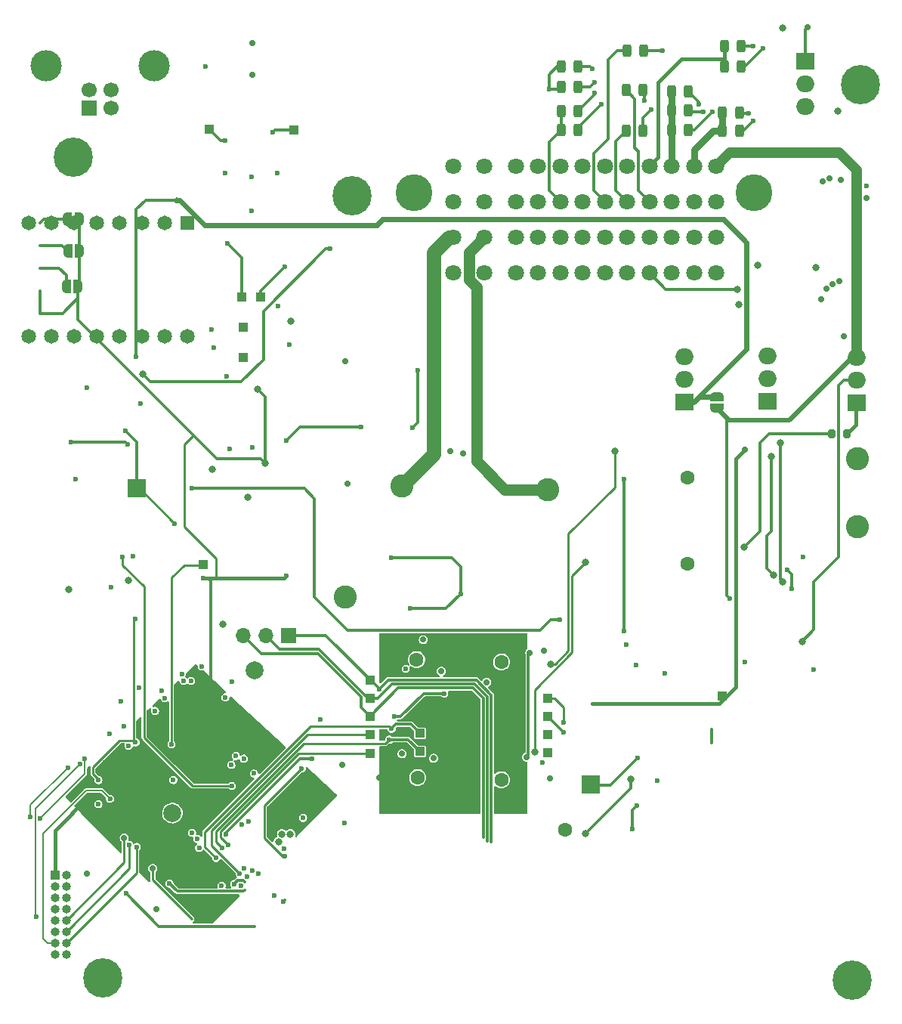
<source format=gbl>
%TF.GenerationSoftware,KiCad,Pcbnew,(6.0.7)*%
%TF.CreationDate,2022-10-10T22:00:34-03:00*%
%TF.ProjectId,uEFI_rev3,75454649-5f72-4657-9633-2e6b69636164,v3.0*%
%TF.SameCoordinates,Original*%
%TF.FileFunction,Copper,L4,Bot*%
%TF.FilePolarity,Positive*%
%FSLAX46Y46*%
G04 Gerber Fmt 4.6, Leading zero omitted, Abs format (unit mm)*
G04 Created by KiCad (PCBNEW (6.0.7)) date 2022-10-10 22:00:34*
%MOMM*%
%LPD*%
G01*
G04 APERTURE LIST*
G04 Aperture macros list*
%AMRoundRect*
0 Rectangle with rounded corners*
0 $1 Rounding radius*
0 $2 $3 $4 $5 $6 $7 $8 $9 X,Y pos of 4 corners*
0 Add a 4 corners polygon primitive as box body*
4,1,4,$2,$3,$4,$5,$6,$7,$8,$9,$2,$3,0*
0 Add four circle primitives for the rounded corners*
1,1,$1+$1,$2,$3*
1,1,$1+$1,$4,$5*
1,1,$1+$1,$6,$7*
1,1,$1+$1,$8,$9*
0 Add four rect primitives between the rounded corners*
20,1,$1+$1,$2,$3,$4,$5,0*
20,1,$1+$1,$4,$5,$6,$7,0*
20,1,$1+$1,$6,$7,$8,$9,0*
20,1,$1+$1,$8,$9,$2,$3,0*%
%AMFreePoly0*
4,1,22,0.500000,-0.750000,0.000000,-0.750000,0.000000,-0.745033,-0.079941,-0.743568,-0.215256,-0.701293,-0.333266,-0.622738,-0.424486,-0.514219,-0.481581,-0.384460,-0.499164,-0.250000,-0.500000,-0.250000,-0.500000,0.250000,-0.499164,0.250000,-0.499963,0.256109,-0.478152,0.396186,-0.417904,0.524511,-0.324060,0.630769,-0.204165,0.706417,-0.067858,0.745374,0.000000,0.744959,0.000000,0.750000,
0.500000,0.750000,0.500000,-0.750000,0.500000,-0.750000,$1*%
%AMFreePoly1*
4,1,20,0.000000,0.744959,0.073905,0.744508,0.209726,0.703889,0.328688,0.626782,0.421226,0.519385,0.479903,0.390333,0.500000,0.250000,0.500000,-0.250000,0.499851,-0.262216,0.476331,-0.402017,0.414519,-0.529596,0.319384,-0.634700,0.198574,-0.708877,0.061801,-0.746166,0.000000,-0.745033,0.000000,-0.750000,-0.500000,-0.750000,-0.500000,0.750000,0.000000,0.750000,0.000000,0.744959,
0.000000,0.744959,$1*%
G04 Aperture macros list end*
%TA.AperFunction,ComponentPad*%
%ADD10R,1.650000X1.650000*%
%TD*%
%TA.AperFunction,ComponentPad*%
%ADD11C,1.650000*%
%TD*%
%TA.AperFunction,ComponentPad*%
%ADD12C,0.700000*%
%TD*%
%TA.AperFunction,ComponentPad*%
%ADD13C,4.400000*%
%TD*%
%TA.AperFunction,ComponentPad*%
%ADD14R,2.000000X1.905000*%
%TD*%
%TA.AperFunction,ComponentPad*%
%ADD15O,2.000000X1.905000*%
%TD*%
%TA.AperFunction,ComponentPad*%
%ADD16R,1.700000X1.700000*%
%TD*%
%TA.AperFunction,ComponentPad*%
%ADD17O,1.700000X1.700000*%
%TD*%
%TA.AperFunction,ComponentPad*%
%ADD18R,1.000000X1.000000*%
%TD*%
%TA.AperFunction,ComponentPad*%
%ADD19O,1.000000X1.000000*%
%TD*%
%TA.AperFunction,ComponentPad*%
%ADD20C,1.700000*%
%TD*%
%TA.AperFunction,ComponentPad*%
%ADD21C,3.500000*%
%TD*%
%TA.AperFunction,ComponentPad*%
%ADD22C,1.800000*%
%TD*%
%TA.AperFunction,ComponentPad*%
%ADD23C,4.125000*%
%TD*%
%TA.AperFunction,SMDPad,CuDef*%
%ADD24C,2.000000*%
%TD*%
%TA.AperFunction,SMDPad,CuDef*%
%ADD25RoundRect,0.243750X0.243750X0.456250X-0.243750X0.456250X-0.243750X-0.456250X0.243750X-0.456250X0*%
%TD*%
%TA.AperFunction,SMDPad,CuDef*%
%ADD26R,1.000000X1.000000*%
%TD*%
%TA.AperFunction,SMDPad,CuDef*%
%ADD27R,2.000000X2.000000*%
%TD*%
%TA.AperFunction,SMDPad,CuDef*%
%ADD28FreePoly0,180.000000*%
%TD*%
%TA.AperFunction,SMDPad,CuDef*%
%ADD29FreePoly1,180.000000*%
%TD*%
%TA.AperFunction,SMDPad,CuDef*%
%ADD30RoundRect,0.200000X0.200000X0.275000X-0.200000X0.275000X-0.200000X-0.275000X0.200000X-0.275000X0*%
%TD*%
%TA.AperFunction,SMDPad,CuDef*%
%ADD31FreePoly0,90.000000*%
%TD*%
%TA.AperFunction,SMDPad,CuDef*%
%ADD32FreePoly1,90.000000*%
%TD*%
%TA.AperFunction,ViaPad*%
%ADD33C,0.600000*%
%TD*%
%TA.AperFunction,ViaPad*%
%ADD34C,2.600000*%
%TD*%
%TA.AperFunction,ViaPad*%
%ADD35C,0.800000*%
%TD*%
%TA.AperFunction,ViaPad*%
%ADD36C,0.700000*%
%TD*%
%TA.AperFunction,ViaPad*%
%ADD37C,1.600000*%
%TD*%
%TA.AperFunction,Conductor*%
%ADD38C,0.350000*%
%TD*%
%TA.AperFunction,Conductor*%
%ADD39C,0.300000*%
%TD*%
%TA.AperFunction,Conductor*%
%ADD40C,0.250000*%
%TD*%
%TA.AperFunction,Conductor*%
%ADD41C,0.400000*%
%TD*%
%TA.AperFunction,Conductor*%
%ADD42C,0.200000*%
%TD*%
%TA.AperFunction,Conductor*%
%ADD43C,1.600000*%
%TD*%
%TA.AperFunction,Conductor*%
%ADD44C,1.300000*%
%TD*%
%TA.AperFunction,Conductor*%
%ADD45C,0.500000*%
%TD*%
%TA.AperFunction,Conductor*%
%ADD46C,1.200000*%
%TD*%
%TA.AperFunction,Conductor*%
%ADD47C,0.600000*%
%TD*%
%TA.AperFunction,Conductor*%
%ADD48C,0.450000*%
%TD*%
%TA.AperFunction,Conductor*%
%ADD49C,0.800000*%
%TD*%
G04 APERTURE END LIST*
D10*
%TO.P,U23,1,ENABLE*%
%TO.N,/MTR_ENABLE*%
X75290000Y-67250000D03*
D11*
%TO.P,U23,2,M0*%
%TO.N,Net-(JP2-Pad2)*%
X72750000Y-67250000D03*
%TO.P,U23,3,M1*%
%TO.N,Net-(JP1-Pad2)*%
X70210000Y-67250000D03*
%TO.P,U23,4,M2*%
%TO.N,Net-(JP3-Pad2)*%
X67670000Y-67250000D03*
%TO.P,U23,5,RESET*%
%TO.N,+3V3*%
X65130000Y-67250000D03*
%TO.P,U23,6,SLEEP*%
X62590000Y-67250000D03*
%TO.P,U23,7,STEP*%
%TO.N,/MTR_STEP*%
X60050000Y-67250000D03*
%TO.P,U23,8,DIR*%
%TO.N,/MTR_DIR*%
X57510000Y-67250000D03*
%TO.P,U23,9,GND*%
%TO.N,GND*%
X57510000Y-79950000D03*
%TO.P,U23,10,FAULT*%
%TO.N,/MTR_FAULT*%
X60050000Y-79950000D03*
%TO.P,U23,11,A2*%
%TO.N,H4*%
X62590000Y-79950000D03*
%TO.P,U23,12,A1*%
%TO.N,G4*%
X65130000Y-79950000D03*
%TO.P,U23,13,B1*%
%TO.N,F4*%
X67670000Y-79950000D03*
%TO.P,U23,14,B2*%
%TO.N,E4*%
X70210000Y-79950000D03*
%TO.P,U23,15,GND*%
%TO.N,GND*%
X72750000Y-79950000D03*
%TO.P,U23,16,VMOT*%
%TO.N,+12V*%
X75290000Y-79950000D03*
%TD*%
D12*
%TO.P,H9,1*%
%TO.N,N/C*%
X62500000Y-61550000D03*
X61333274Y-58733274D03*
D13*
X62500000Y-59900000D03*
D12*
X62500000Y-58250000D03*
X64150000Y-59900000D03*
X63666726Y-58733274D03*
X60850000Y-59900000D03*
X63666726Y-61066726D03*
X61333274Y-61066726D03*
%TD*%
D14*
%TO.P,U5,1,IN*%
%TO.N,+12V*%
X130993000Y-87376000D03*
D15*
%TO.P,U5,2,GND*%
%TO.N,GND*%
X130993000Y-84836000D03*
%TO.P,U5,3,OUT*%
%TO.N,+5C*%
X130993000Y-82296000D03*
%TD*%
D16*
%TO.P,J5,1,Pin_1*%
%TO.N,/SPI2_SCK*%
X86614000Y-113538000D03*
D17*
%TO.P,J5,2,Pin_2*%
%TO.N,/SPI2_MOSI*%
X84074000Y-113538000D03*
%TO.P,J5,3,Pin_3*%
%TO.N,/SPI2_MISO*%
X81534000Y-113538000D03*
%TD*%
D14*
%TO.P,Q7,1,G*%
%TO.N,Net-(Q7-Pad1)*%
X140314800Y-87249000D03*
D15*
%TO.P,Q7,2,D*%
%TO.N,Net-(D4-Pad1)*%
X140314800Y-84709000D03*
%TO.P,Q7,3,S*%
%TO.N,Net-(Q7-Pad3)*%
X140314800Y-82169000D03*
%TD*%
D12*
%TO.P,H1,1*%
%TO.N,N/C*%
X64633274Y-150733274D03*
X66966726Y-150733274D03*
X64633274Y-153066726D03*
X67450000Y-151900000D03*
D13*
X65800000Y-151900000D03*
D12*
X65800000Y-153550000D03*
X65800000Y-150250000D03*
X64150000Y-151900000D03*
X66966726Y-153066726D03*
%TD*%
%TO.P,H4,1*%
%TO.N,N/C*%
X150966726Y-150933274D03*
X148150000Y-152100000D03*
D13*
X149800000Y-152100000D03*
D12*
X149800000Y-153750000D03*
X148633274Y-153266726D03*
X150966726Y-153266726D03*
X151450000Y-152100000D03*
X149800000Y-150450000D03*
X148633274Y-150933274D03*
%TD*%
D18*
%TO.P,J4,1,Pin_1*%
%TO.N,+3V3*%
X60430000Y-140350000D03*
D19*
%TO.P,J4,2,Pin_2*%
%TO.N,+5C*%
X61700000Y-140350000D03*
%TO.P,J4,3,Pin_3*%
%TO.N,/AUX_CS_1*%
X60430000Y-141620000D03*
%TO.P,J4,4,Pin_4*%
%TO.N,/SPI2_SCK*%
X61700000Y-141620000D03*
%TO.P,J4,5,Pin_5*%
%TO.N,/AUX_CS_2*%
X60430000Y-142890000D03*
%TO.P,J4,6,Pin_6*%
%TO.N,/SPI2_MISO*%
X61700000Y-142890000D03*
%TO.P,J4,7,Pin_7*%
%TO.N,/AUX_IN_1*%
X60430000Y-144160000D03*
%TO.P,J4,8,Pin_8*%
%TO.N,/SPI2_MOSI*%
X61700000Y-144160000D03*
%TO.P,J4,9,Pin_9*%
%TO.N,/AUX_IN_2*%
X60430000Y-145430000D03*
%TO.P,J4,10,Pin_10*%
%TO.N,/AUX_OUT_1*%
X61700000Y-145430000D03*
%TO.P,J4,11,Pin_11*%
%TO.N,/AUX_IN_3*%
X60430000Y-146700000D03*
%TO.P,J4,12,Pin_12*%
%TO.N,/AUX_OUT_2*%
X61700000Y-146700000D03*
%TO.P,J4,13,Pin_13*%
%TO.N,/AUX_IN_4*%
X60430000Y-147970000D03*
%TO.P,J4,14,Pin_14*%
%TO.N,/AUX_OUT_3*%
X61700000Y-147970000D03*
%TO.P,J4,15,Pin_15*%
%TO.N,GND*%
X60430000Y-149240000D03*
%TO.P,J4,16,Pin_16*%
X61700000Y-149240000D03*
%TD*%
D14*
%TO.P,Q10,1,G*%
%TO.N,Net-(Q10-Pad1)*%
X144526000Y-49149000D03*
D15*
%TO.P,Q10,2,D*%
%TO.N,+5VA*%
X144526000Y-51689000D03*
%TO.P,Q10,3,S*%
%TO.N,+5C*%
X144526000Y-54229000D03*
%TD*%
D14*
%TO.P,Q6,1,G*%
%TO.N,Net-(Q6-Pad1)*%
X150317200Y-87477600D03*
D15*
%TO.P,Q6,2,D*%
%TO.N,Net-(D4-Pad1)*%
X150317200Y-84937600D03*
%TO.P,Q6,3,S*%
%TO.N,+12VA*%
X150317200Y-82397600D03*
%TD*%
D12*
%TO.P,H3,1*%
%TO.N,N/C*%
X92559274Y-65428726D03*
X95376000Y-64262000D03*
X94892726Y-65428726D03*
X92076000Y-64262000D03*
D13*
X93726000Y-64262000D03*
D12*
X93726000Y-62612000D03*
X93726000Y-65912000D03*
X92559274Y-63095274D03*
X94892726Y-63095274D03*
%TD*%
D16*
%TO.P,J1,1,VBUS*%
%TO.N,/VBUS*%
X64240000Y-54377500D03*
D20*
%TO.P,J1,2,D-*%
%TO.N,/USB_D-*%
X66740000Y-54377500D03*
%TO.P,J1,3,D+*%
%TO.N,/USB_D+*%
X66740000Y-52377500D03*
%TO.P,J1,4,GND*%
%TO.N,GND*%
X64240000Y-52377500D03*
D21*
%TO.P,J1,5,Shield*%
X71510000Y-49667500D03*
X59470000Y-49667500D03*
%TD*%
D18*
%TO.P,TP10,1,1*%
%TO.N,/Sensores/CH0*%
X135200000Y-120300000D03*
%TD*%
D22*
%TO.P,J3,A1,A1*%
%TO.N,A1*%
X134565000Y-72910000D03*
%TO.P,J3,A2,A2*%
%TO.N,+5VA*%
X134565000Y-68910000D03*
%TO.P,J3,A3,A3*%
%TO.N,GND*%
X134565000Y-64910000D03*
%TO.P,J3,A4,A4*%
%TO.N,+12VA*%
X134565000Y-60910000D03*
%TO.P,J3,B1,B1*%
%TO.N,B1*%
X132065000Y-72910000D03*
%TO.P,J3,B2,B2*%
%TO.N,+5VA*%
X132065000Y-68910000D03*
%TO.P,J3,B3,B3*%
%TO.N,GND*%
X132065000Y-64910000D03*
%TO.P,J3,B4,B4*%
%TO.N,B4*%
X132065000Y-60910000D03*
%TO.P,J3,C1,C1*%
%TO.N,C1*%
X129565000Y-72910000D03*
%TO.P,J3,C2,C2*%
%TO.N,+5VA*%
X129565000Y-68910000D03*
%TO.P,J3,C3,C3*%
%TO.N,GND*%
X129565000Y-64910000D03*
%TO.P,J3,C4,C4*%
%TO.N,C4*%
X129565000Y-60910000D03*
%TO.P,J3,D1,D1*%
%TO.N,D1*%
X127065000Y-72910000D03*
%TO.P,J3,D2,D2*%
%TO.N,+5VA*%
X127065000Y-68910000D03*
%TO.P,J3,D3,D3*%
%TO.N,D3*%
X127065000Y-64910000D03*
%TO.P,J3,D4,D4*%
%TO.N,D4*%
X127065000Y-60910000D03*
%TO.P,J3,E1,E1*%
%TO.N,E1*%
X124565000Y-72910000D03*
%TO.P,J3,E2,E2*%
%TO.N,+5VA*%
X124565000Y-68910000D03*
%TO.P,J3,E3,E3*%
%TO.N,E3*%
X124565000Y-64910000D03*
%TO.P,J3,E4,E4*%
%TO.N,E4*%
X124565000Y-60910000D03*
%TO.P,J3,F1,F1*%
%TO.N,F1*%
X122065000Y-72910000D03*
%TO.P,J3,F2,F2*%
%TO.N,+5VA*%
X122065000Y-68910000D03*
%TO.P,J3,F3,F3*%
%TO.N,F3*%
X122065000Y-64910000D03*
%TO.P,J3,F4,F4*%
%TO.N,F4*%
X122065000Y-60910000D03*
%TO.P,J3,G1,G1*%
%TO.N,G1*%
X119565000Y-72910000D03*
%TO.P,J3,G2,G2*%
%TO.N,GND*%
X119565000Y-68910000D03*
%TO.P,J3,G3,G3*%
%TO.N,G3*%
X119565000Y-64910000D03*
%TO.P,J3,G4,G4*%
%TO.N,G4*%
X119565000Y-60910000D03*
%TO.P,J3,H1,H1*%
%TO.N,H1*%
X117065000Y-72910000D03*
%TO.P,J3,H2,H2*%
%TO.N,GND*%
X117065000Y-68910000D03*
%TO.P,J3,H3,H3*%
%TO.N,H3*%
X117065000Y-64910000D03*
%TO.P,J3,H4,H4*%
%TO.N,H4*%
X117065000Y-60910000D03*
%TO.P,J3,J1,J1*%
%TO.N,J1*%
X114565000Y-72910000D03*
%TO.P,J3,J2,J2*%
%TO.N,CAN+*%
X114565000Y-68910000D03*
%TO.P,J3,J3,J3*%
%TO.N,CMP-*%
X114565000Y-64910000D03*
%TO.P,J3,J4,J4*%
%TO.N,CKP-*%
X114565000Y-60910000D03*
%TO.P,J3,K1,K1*%
%TO.N,K1*%
X112065000Y-72910000D03*
%TO.P,J3,K2,K2*%
%TO.N,CAN-*%
X112065000Y-68910000D03*
%TO.P,J3,K3,K3*%
%TO.N,CMP+*%
X112065000Y-64910000D03*
%TO.P,J3,K4,K4*%
%TO.N,CKP+*%
X112065000Y-60910000D03*
%TO.P,J3,L1,L1*%
%TO.N,L1*%
X108565000Y-72910000D03*
%TO.P,J3,L2,L2*%
%TO.N,L2*%
X108565000Y-68910000D03*
%TO.P,J3,L3,L3*%
%TO.N,L3*%
X108565000Y-64910000D03*
%TO.P,J3,L4,L4*%
%TO.N,L4*%
X108565000Y-60910000D03*
%TO.P,J3,M1,M1*%
%TO.N,M1*%
X105065000Y-72910000D03*
%TO.P,J3,M2,M2*%
%TO.N,M2*%
X105065000Y-68910000D03*
%TO.P,J3,M3,M3*%
%TO.N,M3*%
X105065000Y-64910000D03*
%TO.P,J3,M4,M4*%
%TO.N,M4*%
X105065000Y-60910000D03*
D23*
%TO.P,J3,MH1,MH1*%
%TO.N,GND*%
X138765000Y-63910000D03*
%TO.P,J3,MH2,MH2*%
X100665000Y-63910000D03*
%TD*%
D24*
%TO.P,TP2,1,1*%
%TO.N,Net-(TP2-Pad1)*%
X73600000Y-133400000D03*
%TD*%
D25*
%TO.P,F14,1*%
%TO.N,/PWM/Relays/CHECK_ENGINE*%
X126362700Y-56946800D03*
%TO.P,F14,2*%
%TO.N,E3*%
X124487700Y-56946800D03*
%TD*%
D12*
%TO.P,H2,1*%
%TO.N,N/C*%
X151915726Y-50649274D03*
X150749000Y-53466000D03*
X152399000Y-51816000D03*
X151915726Y-52982726D03*
D13*
X150749000Y-51816000D03*
D12*
X149582274Y-52982726D03*
X150749000Y-50166000D03*
X149099000Y-51816000D03*
X149582274Y-50649274D03*
%TD*%
D26*
%TO.P,TP23,1,1*%
%TO.N,/INY4*%
X95758000Y-126746000D03*
%TD*%
D25*
%TO.P,F12,1*%
%TO.N,/PWM/Relays/R3_OUT*%
X126413500Y-48006000D03*
%TO.P,F12,2*%
%TO.N,F3*%
X124538500Y-48006000D03*
%TD*%
%TO.P,F1,1*%
%TO.N,Net-(F1-Pad1)*%
X119045200Y-54737000D03*
%TO.P,F1,2*%
%TO.N,H3*%
X117170200Y-54737000D03*
%TD*%
D26*
%TO.P,TP5,1,1*%
%TO.N,/CKP/CMP_sensors/IN1-*%
X81390000Y-75568400D03*
%TD*%
%TO.P,TP29,1,1*%
%TO.N,/SPI2_MOSI*%
X95758000Y-120523000D03*
%TD*%
%TO.P,TP28,1,1*%
%TO.N,/SPI2_SCK*%
X95758000Y-118491000D03*
%TD*%
%TO.P,TP20,1,1*%
%TO.N,/INY1*%
X101346000Y-124460000D03*
%TD*%
%TO.P,TP7,1,1*%
%TO.N,/CMP*%
X81540000Y-78968400D03*
%TD*%
D27*
%TO.P,TP19,1,1*%
%TO.N,/Sensores/CH7*%
X120457400Y-130178800D03*
%TD*%
D26*
%TO.P,TP9,1,1*%
%TO.N,/MEMORY_CS*%
X77089000Y-105537000D03*
%TD*%
D28*
%TO.P,JP3,1,A*%
%TO.N,+3V3*%
X63040000Y-74428400D03*
D29*
%TO.P,JP3,2,B*%
%TO.N,Net-(JP3-Pad2)*%
X61740000Y-74428400D03*
%TD*%
D25*
%TO.P,F7,1*%
%TO.N,Net-(F7-Pad1)*%
X131442700Y-54711600D03*
%TO.P,F7,2*%
%TO.N,C4*%
X129567700Y-54711600D03*
%TD*%
D28*
%TO.P,JP2,1,A*%
%TO.N,+3V3*%
X63140000Y-66828400D03*
D29*
%TO.P,JP2,2,B*%
%TO.N,Net-(JP2-Pad2)*%
X61840000Y-66828400D03*
%TD*%
D30*
%TO.P,R18,1*%
%TO.N,Net-(Q6-Pad1)*%
X149161000Y-90932000D03*
%TO.P,R18,2*%
%TO.N,Net-(Q5-Pad3)*%
X147511000Y-90932000D03*
%TD*%
D25*
%TO.P,F3,1*%
%TO.N,Net-(F3-Pad1)*%
X119047500Y-56896000D03*
%TO.P,F3,2*%
%TO.N,H3*%
X117172500Y-56896000D03*
%TD*%
%TO.P,F11,1*%
%TO.N,Net-(F11-Pad1)*%
X137132300Y-56946800D03*
%TO.P,F11,2*%
%TO.N,B4*%
X135257300Y-56946800D03*
%TD*%
D27*
%TO.P,TP18,1,1*%
%TO.N,/Sensores/CH6*%
X69596000Y-97028000D03*
%TD*%
D26*
%TO.P,TP3,1,1*%
%TO.N,/CKP/CMP_sensors/IN2-*%
X87249000Y-56896000D03*
%TD*%
%TO.P,TP6,1,1*%
%TO.N,/CKP/CMP_sensors/IN2+*%
X77724000Y-56769000D03*
%TD*%
D24*
%TO.P,TP1,1,1*%
%TO.N,Net-(R2-Pad1)*%
X82800000Y-117400000D03*
%TD*%
D31*
%TO.P,JP4,1,1*%
%TO.N,+12VA*%
X134620000Y-88026000D03*
D32*
%TO.P,JP4,2,2*%
%TO.N,+12V*%
X134620000Y-86726000D03*
%TD*%
D25*
%TO.P,F8,1*%
%TO.N,Net-(F8-Pad1)*%
X131442700Y-52578000D03*
%TO.P,F8,2*%
%TO.N,C4*%
X129567700Y-52578000D03*
%TD*%
D26*
%TO.P,TP24,1,1*%
%TO.N,/ECN1*%
X115697000Y-120523000D03*
%TD*%
%TO.P,TP25,1,1*%
%TO.N,/ECN2*%
X115697000Y-122555000D03*
%TD*%
D28*
%TO.P,JP1,1,A*%
%TO.N,+3V3*%
X63190000Y-70428400D03*
D29*
%TO.P,JP1,2,B*%
%TO.N,Net-(JP1-Pad2)*%
X61890000Y-70428400D03*
%TD*%
D25*
%TO.P,F10,1*%
%TO.N,Net-(F10-Pad1)*%
X137132300Y-54914800D03*
%TO.P,F10,2*%
%TO.N,B4*%
X135257300Y-54914800D03*
%TD*%
D26*
%TO.P,TP27,1,1*%
%TO.N,/ECN4*%
X115697000Y-126619000D03*
%TD*%
D25*
%TO.P,F4,1*%
%TO.N,Net-(F4-Pad1)*%
X137335500Y-49784000D03*
%TO.P,F4,2*%
%TO.N,D4*%
X135460500Y-49784000D03*
%TD*%
D26*
%TO.P,TP26,1,1*%
%TO.N,/ECN3*%
X115697000Y-124587000D03*
%TD*%
D25*
%TO.P,F5,1*%
%TO.N,Net-(F5-Pad1)*%
X131442700Y-56896000D03*
%TO.P,F5,2*%
%TO.N,C4*%
X129567700Y-56896000D03*
%TD*%
%TO.P,F6,1*%
%TO.N,Net-(F6-Pad1)*%
X119047500Y-49784000D03*
%TO.P,F6,2*%
%TO.N,G3*%
X117172500Y-49784000D03*
%TD*%
D26*
%TO.P,TP4,1,1*%
%TO.N,/CKP/CMP_sensors/IN1+*%
X83465000Y-75568400D03*
%TD*%
D25*
%TO.P,F9,1*%
%TO.N,Net-(F9-Pad1)*%
X119047500Y-52070000D03*
%TO.P,F9,2*%
%TO.N,G3*%
X117172500Y-52070000D03*
%TD*%
D26*
%TO.P,TP22,1,1*%
%TO.N,/INY3*%
X101346000Y-126492000D03*
%TD*%
D25*
%TO.P,F13,1*%
%TO.N,/PWM/Relays/MIL_OUT*%
X126362700Y-52425600D03*
%TO.P,F13,2*%
%TO.N,D3*%
X124487700Y-52425600D03*
%TD*%
D26*
%TO.P,TP21,1,1*%
%TO.N,/INY2*%
X95758000Y-124587000D03*
%TD*%
%TO.P,TP8,1,1*%
%TO.N,/CKP/CMP_sensors/CKP_VR*%
X81540000Y-82368400D03*
%TD*%
%TO.P,TP30,1,1*%
%TO.N,/SPI2_MISO*%
X95758000Y-122555000D03*
%TD*%
D25*
%TO.P,F2,1*%
%TO.N,Net-(F2-Pad1)*%
X137335500Y-47498000D03*
%TO.P,F2,2*%
%TO.N,D4*%
X135460500Y-47498000D03*
%TD*%
D33*
%TO.N,GND*%
X145450000Y-117350000D03*
X67818000Y-120904000D03*
X64000000Y-85750000D03*
D34*
X92964000Y-109220000D03*
D33*
X86360000Y-91694000D03*
X82499200Y-62128400D03*
D35*
X68650000Y-107300000D03*
D36*
X92600000Y-128000000D03*
D33*
X62750000Y-96000000D03*
X80300000Y-118700000D03*
D37*
X107315000Y-121412000D03*
X104267000Y-124333000D03*
D35*
X78105000Y-94869000D03*
D33*
X92850000Y-134550000D03*
D34*
X150368000Y-93726000D03*
D37*
X107315000Y-124333000D03*
D33*
X66548000Y-124550000D03*
D36*
X82550000Y-50673000D03*
D33*
X65300000Y-132400000D03*
X144250000Y-104750000D03*
X78250000Y-81250000D03*
D36*
X71794998Y-144205002D03*
D33*
X78000000Y-79250000D03*
D36*
X115214400Y-115214400D03*
X97500000Y-117000000D03*
D33*
X70000000Y-87500000D03*
X88250000Y-133950000D03*
D36*
X82550000Y-47117000D03*
D33*
X69850000Y-119380000D03*
X137800000Y-116500000D03*
X71650000Y-121950000D03*
X128750000Y-117750000D03*
D35*
X79248000Y-112268000D03*
D33*
X79535500Y-120427825D03*
X86741000Y-80899000D03*
X124500000Y-114500000D03*
D36*
X148844000Y-80010000D03*
X151398500Y-64516000D03*
X96799400Y-129463800D03*
D34*
X150368000Y-101346000D03*
D33*
X82499200Y-65938400D03*
D36*
X115951000Y-129514600D03*
D33*
X94742000Y-90170000D03*
X85471000Y-76581000D03*
D37*
X104140000Y-121412000D03*
D33*
X68199000Y-123698000D03*
D37*
X131318000Y-95852000D03*
D33*
%TO.N,/INY3*%
X97917000Y-125163100D03*
X79189500Y-137287000D03*
%TO.N,/INY4*%
X95758000Y-126746000D03*
X79862247Y-136952085D03*
%TO.N,/INY2*%
X81153000Y-140208000D03*
X95758000Y-124587000D03*
%TO.N,/INY1*%
X78486000Y-138430000D03*
X98171000Y-123952000D03*
%TO.N,+5C*%
X68400000Y-142400000D03*
D35*
X86893400Y-78282800D03*
X82042000Y-98044000D03*
D33*
%TO.N,+3V3*%
X66050000Y-127750000D03*
X104063800Y-119995540D03*
D37*
X131292600Y-105460800D03*
D33*
X68800000Y-132000000D03*
D35*
X84000000Y-94250000D03*
D37*
X77900000Y-124200000D03*
D33*
X75901569Y-123698431D03*
D35*
X83108800Y-85877400D03*
D33*
X71850000Y-128750000D03*
X72650000Y-126350000D03*
X75500000Y-143000000D03*
D37*
X90297000Y-131191000D03*
D35*
X62000000Y-108350000D03*
D33*
X98500000Y-122572300D03*
X77089000Y-107061000D03*
X86404000Y-106807000D03*
%TO.N,/NRST*%
X69469000Y-125476000D03*
X65300000Y-129700000D03*
X69429000Y-111643600D03*
D35*
%TO.N,+12V*%
X86824104Y-135751402D03*
%TO.N,/USB_D-*%
X85872633Y-135743739D03*
D33*
%TO.N,/SYS_SWO*%
X86100000Y-137400000D03*
X80201569Y-127998431D03*
%TO.N,/SYS_SWCLK*%
X86192352Y-138207648D03*
X88096235Y-128396235D03*
%TO.N,Net-(R2-Pad1)*%
X82800000Y-117400000D03*
%TO.N,Net-(TP2-Pad1)*%
X73200000Y-133700000D03*
%TO.N,/ECN2*%
X82550000Y-139827000D03*
X117475000Y-124333000D03*
%TO.N,/ECN3*%
X83197754Y-140208011D03*
X115697000Y-124587000D03*
%TO.N,/ECN4*%
X115697000Y-126619000D03*
X81997567Y-140518480D03*
D36*
%TO.N,/RPM_OUT*%
X71400000Y-139600000D03*
%TO.N,/AUX_CS_2*%
X64000000Y-140199989D03*
%TO.N,/Sheet5FA9324A/FB0*%
X103734179Y-117509665D03*
X104775000Y-92837000D03*
%TO.N,/Sheet5FA9324A/FB1*%
X102870000Y-127254000D03*
X101714500Y-113971980D03*
%TO.N,/Sheet5FA9324A/FB2*%
X106172000Y-93082500D03*
X108839000Y-118745000D03*
D33*
%TO.N,/AUX_IN_1*%
X58800000Y-134000000D03*
X63800000Y-127300000D03*
%TO.N,/AUX_IN_2*%
X63248500Y-127900000D03*
X58300000Y-145000000D03*
%TO.N,/AUX_IN_3*%
X61900000Y-128300000D03*
X57696989Y-133800000D03*
%TO.N,/AUX_IN_4*%
X66600000Y-131800000D03*
%TO.N,/LED_CAN_RX*%
X81600000Y-127300000D03*
%TO.N,/LED_CAN_TX*%
X80700000Y-127000000D03*
D35*
%TO.N,+12V*%
X85497897Y-136623500D03*
D36*
%TO.N,/Sheet5FA9324A/FB3*%
X113665000Y-115443000D03*
X113284000Y-127127000D03*
D33*
%TO.N,/R_LMB*%
X76903500Y-116967000D03*
X151348500Y-63100000D03*
%TO.N,GNDA*%
X127909000Y-129802000D03*
D36*
%TO.N,/Sheet5FA9324A/GD1*%
X99339400Y-126746000D03*
X93250000Y-96500000D03*
D33*
%TO.N,/ECN1*%
X117475000Y-123282300D03*
X81603902Y-139606798D03*
%TO.N,/Sheet5FA9324A/GD0*%
X99750000Y-117250000D03*
D36*
X93000000Y-82750000D03*
D35*
%TO.N,/Sheet5FA9324A/GD2*%
X115976400Y-116713000D03*
X123190000Y-92837000D03*
D33*
%TO.N,/MEMORY_CS*%
X73492352Y-125707648D03*
X77000000Y-105600000D03*
D35*
%TO.N,/Sheet5FA9324A/GD3*%
X114222989Y-126559288D03*
X119888000Y-105283000D03*
D33*
%TO.N,/MIL_OUT*%
X81407675Y-134657675D03*
D36*
X148370738Y-73773870D03*
D33*
X85000000Y-142624520D03*
%TO.N,/CHK_OUT*%
X82169000Y-134366000D03*
X86000000Y-143276500D03*
D36*
X147603918Y-74144065D03*
D33*
%TO.N,/PMIC_ENABLE*%
X89250000Y-127322500D03*
X79576500Y-135750000D03*
%TO.N,/PMIC_SPARK*%
X79121316Y-141561662D03*
X115062000Y-127762000D03*
%TO.N,/SPI2_MISO*%
X80518000Y-141351000D03*
X95758000Y-122555000D03*
%TO.N,/SPI2_SCK*%
X73279000Y-141300000D03*
X96750000Y-119500000D03*
%TO.N,/SPI2_MOSI*%
X81280000Y-141571500D03*
X95758000Y-120523000D03*
%TO.N,Net-(C22-Pad2)*%
X124250000Y-96000000D03*
X124250000Y-113000000D03*
%TO.N,/Sensores/CH7*%
X125766000Y-127207000D03*
D35*
X120432000Y-130255000D03*
D33*
%TO.N,M1*%
X101092000Y-83820000D03*
X100500000Y-90250000D03*
%TO.N,M2*%
X100250000Y-110500000D03*
D34*
X99314000Y-96774000D03*
D33*
X105918000Y-108839000D03*
X98171000Y-104775000D03*
D34*
%TO.N,L2*%
X115697000Y-97155000D03*
D33*
%TO.N,CMP-*%
X79502000Y-61722000D03*
%TO.N,CMP+*%
X85344000Y-61722000D03*
%TO.N,CKP+*%
X77300000Y-49800000D03*
X66700000Y-108100000D03*
%TO.N,G3*%
X115824000Y-52324000D03*
D37*
%TO.N,L4*%
X110490000Y-116459000D03*
%TO.N,L3*%
X110490000Y-129667000D03*
D33*
%TO.N,+12VA*%
X136102500Y-109400000D03*
D35*
%TO.N,+12V*%
X148144220Y-54766280D03*
X145677500Y-72263000D03*
D36*
X137795000Y-92710000D03*
D33*
X69500000Y-82250000D03*
%TO.N,Net-(R97-Pad1)*%
X68580000Y-92075000D03*
X62230000Y-91821000D03*
D36*
%TO.N,/AUX_OUT_1*%
X68200000Y-136200000D03*
D33*
%TO.N,/AUX_OUT_2*%
X68776500Y-137000000D03*
%TO.N,/AUX_OUT_3*%
X69600000Y-137200000D03*
D35*
%TO.N,Net-(C33-Pad1)*%
X141000000Y-106750000D03*
X140716000Y-93472000D03*
%TO.N,Net-(D4-Pad1)*%
X144181431Y-114181431D03*
%TO.N,Net-(Q7-Pad3)*%
X142000000Y-107500000D03*
X141732000Y-91948000D03*
D33*
%TO.N,Net-(R22-Pad2)*%
X142500000Y-106123500D03*
X143000000Y-108250000D03*
D35*
%TO.N,Net-(C51-Pad1)*%
X119924000Y-135716000D03*
X125004000Y-129620000D03*
D33*
%TO.N,+5VA*%
X91300000Y-70200000D03*
D35*
X70281800Y-84251800D03*
D33*
%TO.N,/CKP*%
X68000000Y-104700000D03*
X80250000Y-130350000D03*
%TO.N,/CMP*%
X82748457Y-128966188D03*
X81540000Y-78968400D03*
%TO.N,/CKP/CMP_sensors/IN1+*%
X86156800Y-72237600D03*
%TO.N,/CKP/CMP_sensors/IN1-*%
X79756000Y-69545200D03*
%TO.N,/CKP/CMP_sensors/IN2-*%
X84836000Y-57150000D03*
%TO.N,/CKP/CMP_sensors/IN2+*%
X79502000Y-58039000D03*
%TO.N,/R_ECN_INY*%
X75691720Y-118585582D03*
D36*
X148500000Y-62450000D03*
%TO.N,/R_GNC_GLP*%
X147250000Y-62300000D03*
D33*
X74847710Y-118578942D03*
D36*
%TO.N,/R_AAC*%
X146450000Y-62600000D03*
D33*
X74642500Y-117856000D03*
D36*
%TO.N,/TIM9_CH1*%
X146287511Y-75819000D03*
D33*
X72416408Y-119735805D03*
%TO.N,/TIM9_CH2*%
X72771000Y-120523000D03*
D36*
X146939011Y-74676000D03*
D33*
%TO.N,/LED0*%
X76600000Y-137300000D03*
%TO.N,/LED1*%
X76400000Y-136300000D03*
%TO.N,/LED2*%
X75800000Y-135600000D03*
D37*
%TO.N,M4*%
X100965000Y-116205000D03*
%TO.N,M3*%
X101092000Y-129413000D03*
D33*
%TO.N,CAN+*%
X80010000Y-92583000D03*
%TO.N,CAN-*%
X82550000Y-92456000D03*
D35*
%TO.N,Net-(Q5-Pad3)*%
X137668000Y-103632000D03*
D36*
%TO.N,Net-(Q10-Pad1)*%
X144780000Y-45339000D03*
D33*
%TO.N,5V_ENABLE*%
X68707000Y-125857000D03*
D35*
X141986000Y-45466000D03*
%TO.N,D1*%
X136883569Y-74698431D03*
%TO.N,A1*%
X137107736Y-76446970D03*
%TO.N,G1*%
X139200000Y-72000000D03*
D33*
%TO.N,Net-(F1-Pad1)*%
X120904000Y-52705000D03*
%TO.N,Net-(F2-Pad1)*%
X138684000Y-47498000D03*
%TO.N,Net-(F3-Pad1)*%
X121666000Y-53975000D03*
%TO.N,Net-(F4-Pad1)*%
X139827000Y-47752000D03*
%TO.N,Net-(F5-Pad1)*%
X134112000Y-54864000D03*
%TO.N,Net-(F6-Pad1)*%
X120650000Y-50038000D03*
%TO.N,Net-(F7-Pad1)*%
X133096000Y-54864000D03*
%TO.N,Net-(F8-Pad1)*%
X132588000Y-53966500D03*
%TO.N,Net-(F9-Pad1)*%
X120904000Y-51562000D03*
%TO.N,Net-(F10-Pad1)*%
X138176000Y-54991000D03*
%TO.N,Net-(F11-Pad1)*%
X138684000Y-55880000D03*
%TO.N,/PWM/Relays/R3_OUT*%
X128524000Y-48006000D03*
%TO.N,/PWM/Relays/MIL_OUT*%
X126492000Y-53594000D03*
%TO.N,/PWM/Relays/CHECK_ENGINE*%
X127254000Y-54610000D03*
%TO.N,/Sensores/CH6*%
X117000000Y-111750000D03*
X73853600Y-100960800D03*
X75819000Y-97028000D03*
X68326000Y-90551000D03*
%TO.N,/ADC_CS*%
X73700000Y-129700000D03*
D37*
%TO.N,+5C*%
X117602000Y-135255000D03*
D33*
X125639000Y-132541000D03*
X125131000Y-135208000D03*
%TO.N,/ACC_DET*%
X125600000Y-116800000D03*
X90150000Y-122900000D03*
%TO.N,/CKP/CMP_sensors/CKP_VR*%
X81540000Y-82368400D03*
X69150000Y-104650000D03*
X79693000Y-84455000D03*
%TD*%
D38*
%TO.N,GND*%
X87884000Y-90170000D02*
X86360000Y-91694000D01*
X94742000Y-90170000D02*
X87884000Y-90170000D01*
D39*
%TO.N,/INY3*%
X100017100Y-125163100D02*
X101346000Y-126492000D01*
D40*
X88305918Y-125603000D02*
X78500000Y-135408918D01*
X97917000Y-125163100D02*
X97477100Y-125603000D01*
X97477100Y-125603000D02*
X88305918Y-125603000D01*
X78500000Y-136597500D02*
X79189500Y-137287000D01*
D39*
X97917000Y-125163100D02*
X100017100Y-125163100D01*
D40*
X78500000Y-135408918D02*
X78500000Y-136597500D01*
%TO.N,/INY4*%
X79862247Y-136952085D02*
X79000000Y-136089838D01*
X79000000Y-136089838D02*
X79000000Y-135476754D01*
X79000000Y-135476754D02*
X87730754Y-126746000D01*
X87730754Y-126746000D02*
X95758000Y-126746000D01*
%TO.N,/INY2*%
X81153000Y-140208000D02*
X78000000Y-137055000D01*
X88754083Y-124587000D02*
X95758000Y-124587000D01*
X78000000Y-135341083D02*
X88754083Y-124587000D01*
X78000000Y-137055000D02*
X78000000Y-135341083D01*
%TO.N,/INY1*%
X78486000Y-138430000D02*
X77250000Y-137194000D01*
X77250000Y-137194000D02*
X77250000Y-135523248D01*
X77250000Y-135523248D02*
X89075248Y-123698000D01*
D39*
X98679000Y-123444000D02*
X100330000Y-123444000D01*
X100330000Y-123444000D02*
X101346000Y-124460000D01*
D40*
X97917000Y-123698000D02*
X98171000Y-123952000D01*
D39*
X98171000Y-123952000D02*
X98679000Y-123444000D01*
D40*
X89075248Y-123698000D02*
X97917000Y-123698000D01*
D39*
%TO.N,+5C*%
X72100000Y-146100000D02*
X82800000Y-146100000D01*
X72100000Y-146100000D02*
X68400000Y-142400000D01*
D38*
%TO.N,+3V3*%
X75943500Y-91056500D02*
X63040000Y-78153000D01*
X78613000Y-93726000D02*
X75943500Y-91056500D01*
D40*
X78500000Y-104900000D02*
X74900000Y-101300000D01*
D39*
X84000000Y-86768600D02*
X84000000Y-94250000D01*
D40*
X77089000Y-107061000D02*
X77150000Y-107000000D01*
D39*
X77900000Y-107400000D02*
X77900000Y-119300000D01*
D38*
X63140000Y-74328400D02*
X63040000Y-74428400D01*
X63040000Y-75644000D02*
X63040000Y-74428400D01*
D41*
X60430000Y-140350000D02*
X60430000Y-135370000D01*
D38*
X61274000Y-77410000D02*
X63040000Y-75644000D01*
D40*
X74900000Y-101300000D02*
X74900000Y-92100000D01*
D38*
X58800000Y-77410000D02*
X61274000Y-77410000D01*
X63140000Y-66828400D02*
X63140000Y-74328400D01*
D41*
X77089000Y-107061000D02*
X86150000Y-107061000D01*
D39*
X77561000Y-107061000D02*
X77900000Y-107400000D01*
X98500000Y-122572300D02*
X99187000Y-122572300D01*
D40*
X78500000Y-107000000D02*
X78500000Y-104900000D01*
D39*
X83108800Y-85877400D02*
X84000000Y-86768600D01*
X99187000Y-122572300D02*
X101763760Y-119995540D01*
D41*
X60430000Y-135370000D02*
X64300000Y-131500000D01*
D39*
X77089000Y-107061000D02*
X77561000Y-107061000D01*
D40*
X74900000Y-92100000D02*
X75943500Y-91056500D01*
D41*
X86150000Y-107061000D02*
X86404000Y-106807000D01*
D38*
X58800000Y-74870000D02*
X58800000Y-77410000D01*
X83476000Y-93726000D02*
X78613000Y-93726000D01*
X84000000Y-94250000D02*
X83476000Y-93726000D01*
D39*
X101763760Y-119995540D02*
X104063800Y-119995540D01*
D38*
X63040000Y-78153000D02*
X63040000Y-75644000D01*
D40*
X77150000Y-107000000D02*
X78500000Y-107000000D01*
%TO.N,/NRST*%
X67669511Y-125280489D02*
X69273489Y-125280489D01*
X64700000Y-128250000D02*
X67669511Y-125280489D01*
X69273489Y-125280489D02*
X69469000Y-125476000D01*
X69273489Y-125280489D02*
X69273489Y-111799111D01*
X65300000Y-129601711D02*
X64700000Y-129001711D01*
X69273489Y-111799111D02*
X69429000Y-111643600D01*
X65300000Y-129700000D02*
X65300000Y-129601711D01*
X64700000Y-129001711D02*
X64700000Y-128250000D01*
%TO.N,/SYS_SWCLK*%
X86192352Y-138207648D02*
X85942916Y-138207648D01*
X85942916Y-138207648D02*
X83900000Y-136164732D01*
X83900000Y-132592470D02*
X88096235Y-128396235D01*
X83900000Y-136164732D02*
X83900000Y-132592470D01*
%TO.N,/ECN2*%
X117475000Y-124333000D02*
X115697000Y-122555000D01*
%TO.N,/RPM_OUT*%
X71400000Y-139600000D02*
X71400000Y-140900000D01*
X71400000Y-140900000D02*
X75800000Y-145300000D01*
D42*
%TO.N,/AUX_IN_1*%
X63800000Y-129000000D02*
X63800000Y-127300000D01*
X58800000Y-134000000D02*
X63800000Y-129000000D01*
%TO.N,/AUX_IN_2*%
X58248489Y-132900011D02*
X58248489Y-144948489D01*
X63248500Y-127900000D02*
X58248489Y-132900011D01*
X58248489Y-144948489D02*
X58300000Y-145000000D01*
%TO.N,/AUX_IN_3*%
X57696989Y-132503011D02*
X61900000Y-128300000D01*
X57696989Y-133800000D02*
X57696989Y-132503011D01*
%TO.N,/AUX_IN_4*%
X59570000Y-147970000D02*
X60430000Y-147970000D01*
X66600000Y-131800000D02*
X65698489Y-130898489D01*
X59100000Y-147500000D02*
X59570000Y-147970000D01*
X65698489Y-130898489D02*
X63901511Y-130898489D01*
X59100000Y-135700000D02*
X59100000Y-147500000D01*
X63901511Y-130898489D02*
X59100000Y-135700000D01*
D38*
%TO.N,/Sheet5FA9324A/FB3*%
X113665000Y-115443000D02*
X113496489Y-115611511D01*
X113496489Y-115611511D02*
X113496489Y-126914511D01*
X113496489Y-126914511D02*
X113284000Y-127127000D01*
%TO.N,GNDA*%
X134000000Y-125500000D02*
X134000000Y-124000000D01*
D40*
%TO.N,/ECN1*%
X116459000Y-120523000D02*
X115697000Y-120523000D01*
X117475000Y-121539000D02*
X116459000Y-120523000D01*
X117475000Y-123282300D02*
X117475000Y-121539000D01*
%TO.N,/Sheet5FA9324A/GD2*%
X117983000Y-115249164D02*
X117983000Y-102108000D01*
X115976400Y-116713000D02*
X116519164Y-116713000D01*
X117983000Y-102108000D02*
X123190000Y-96901000D01*
X116519164Y-116713000D02*
X117983000Y-115249164D01*
X123190000Y-96901000D02*
X123190000Y-92837000D01*
%TO.N,/MEMORY_CS*%
X74900000Y-105600000D02*
X77000000Y-105600000D01*
X73492352Y-107007648D02*
X74900000Y-105600000D01*
X73492352Y-125707648D02*
X73492352Y-107007648D01*
%TO.N,/Sheet5FA9324A/GD3*%
X118384520Y-106786480D02*
X119888000Y-105283000D01*
X114222989Y-126559288D02*
X114222989Y-119577011D01*
X118384520Y-115415480D02*
X118384520Y-106786480D01*
X114222989Y-119577011D02*
X118384520Y-115415480D01*
%TO.N,/MIL_OUT*%
X85000000Y-142624520D02*
X85075480Y-142700000D01*
%TO.N,/CHK_OUT*%
X86174980Y-143101520D02*
X86000000Y-143276500D01*
D39*
%TO.N,/PMIC_ENABLE*%
X79576500Y-135638184D02*
X87892184Y-127322500D01*
X79576500Y-135750000D02*
X79576500Y-135638184D01*
X87892184Y-127322500D02*
X89250000Y-127322500D01*
%TO.N,/SPI2_MISO*%
X80899011Y-140969989D02*
X81529155Y-140969989D01*
X80518000Y-141351000D02*
X80899011Y-140969989D01*
X83566000Y-115570000D02*
X89912454Y-115570000D01*
X81534000Y-113538000D02*
X83566000Y-115570000D01*
X89912454Y-115570000D02*
X94742000Y-120399546D01*
X108443960Y-120548429D02*
X107289571Y-119394040D01*
X108443960Y-136158040D02*
X108443960Y-120548429D01*
X81529155Y-140969989D02*
X81679146Y-141119980D01*
X98918960Y-119394040D02*
X95758000Y-122555000D01*
X94742000Y-121539000D02*
X95758000Y-122555000D01*
X107289571Y-119394040D02*
X98918960Y-119394040D01*
X94742000Y-120399546D02*
X94742000Y-121539000D01*
%TO.N,/SPI2_SCK*%
X96750000Y-119483000D02*
X90805000Y-113538000D01*
X109347000Y-120174377D02*
X109347000Y-136654876D01*
X74152011Y-142173011D02*
X81529155Y-142173011D01*
X96750000Y-119500000D02*
X96750000Y-119483000D01*
X90805000Y-113538000D02*
X86614000Y-113538000D01*
X107663623Y-118491000D02*
X109347000Y-120174377D01*
X73279000Y-141300000D02*
X74152011Y-142173011D01*
X96750000Y-119500000D02*
X97759000Y-118491000D01*
X97759000Y-118491000D02*
X107663623Y-118491000D01*
X81529155Y-142173011D02*
X81679146Y-142023020D01*
%TO.N,/SPI2_MOSI*%
X96647000Y-120523000D02*
X95758000Y-120523000D01*
X95758000Y-120523000D02*
X95504000Y-120523000D01*
X95504000Y-120523000D02*
X90043000Y-115062000D01*
X98227480Y-118942520D02*
X96647000Y-120523000D01*
X90043000Y-115062000D02*
X85598000Y-115062000D01*
X108895480Y-136506854D02*
X108895480Y-120361403D01*
X85598000Y-115062000D02*
X84074000Y-113538000D01*
X107476597Y-118942520D02*
X98227480Y-118942520D01*
X108895480Y-120361403D02*
X107476597Y-118942520D01*
D38*
%TO.N,Net-(C22-Pad2)*%
X124250000Y-113000000D02*
X124250000Y-96000000D01*
D39*
%TO.N,/Sensores/CH7*%
X120432000Y-130255000D02*
X122718000Y-130255000D01*
X122718000Y-130255000D02*
X125766000Y-127207000D01*
D38*
%TO.N,M1*%
X100500000Y-90250000D02*
X101092000Y-89658000D01*
X101092000Y-89658000D02*
X101092000Y-83820000D01*
%TO.N,M2*%
X100250000Y-110500000D02*
X104257000Y-110500000D01*
X104257000Y-110500000D02*
X105918000Y-108839000D01*
X104902000Y-104775000D02*
X105918000Y-105791000D01*
D43*
X102870000Y-93218000D02*
X102870000Y-70612000D01*
D38*
X105918000Y-105791000D02*
X105918000Y-108839000D01*
D43*
X104572000Y-68910000D02*
X105065000Y-68910000D01*
X102870000Y-70612000D02*
X104572000Y-68910000D01*
X99314000Y-96774000D02*
X102870000Y-93218000D01*
D38*
X98171000Y-104775000D02*
X104902000Y-104775000D01*
D44*
%TO.N,L2*%
X107696000Y-93980000D02*
X107696000Y-74447301D01*
X110871000Y-97155000D02*
X107696000Y-93980000D01*
X115697000Y-97155000D02*
X110871000Y-97155000D01*
X106863489Y-70611511D02*
X108565000Y-68910000D01*
X106863489Y-73614790D02*
X106863489Y-70611511D01*
X107696000Y-74447301D02*
X106863489Y-73614790D01*
D38*
%TO.N,H3*%
X115838489Y-63683489D02*
X115838489Y-58230011D01*
X115838489Y-58230011D02*
X117172500Y-56896000D01*
X117170200Y-56893700D02*
X117170200Y-54737000D01*
X117065000Y-64910000D02*
X115838489Y-63683489D01*
%TO.N,G3*%
X115824000Y-52324000D02*
X115824000Y-50673000D01*
X116713000Y-49784000D02*
X117172500Y-49784000D01*
X115824000Y-50673000D02*
X116713000Y-49784000D01*
X116918500Y-52324000D02*
X117172500Y-52070000D01*
X115824000Y-52324000D02*
X116918500Y-52324000D01*
%TO.N,F3*%
X120838489Y-59501511D02*
X120838489Y-63683489D01*
X122428000Y-49022000D02*
X122428000Y-57912000D01*
X123444000Y-48006000D02*
X122428000Y-49022000D01*
X120838489Y-63683489D02*
X122065000Y-64910000D01*
X124538500Y-48006000D02*
X123444000Y-48006000D01*
X122428000Y-57912000D02*
X120838489Y-59501511D01*
%TO.N,+12VA*%
X134620000Y-88026000D02*
X135750000Y-89156000D01*
D45*
X134620000Y-88026000D02*
X136002000Y-89408000D01*
X136002000Y-89408000D02*
X142748000Y-89408000D01*
D38*
X135750000Y-89156000D02*
X135750000Y-109047500D01*
D46*
X134565000Y-60910000D02*
X136039000Y-59436000D01*
D38*
X135750000Y-109047500D02*
X136102500Y-109400000D01*
D45*
X149860000Y-82296000D02*
X150297000Y-82296000D01*
X142748000Y-89408000D02*
X149860000Y-82296000D01*
D46*
X150297000Y-61397000D02*
X150297000Y-82296000D01*
X136039000Y-59436000D02*
X148336000Y-59436000D01*
X148336000Y-59436000D02*
X150297000Y-61397000D01*
D47*
%TO.N,+12V*%
X132674000Y-86726000D02*
X132024000Y-87376000D01*
X135400000Y-66900000D02*
X137959736Y-69459736D01*
X137959736Y-81440264D02*
X132024000Y-87376000D01*
D38*
X69500000Y-65800000D02*
X70590000Y-64710000D01*
D48*
X134874000Y-121158000D02*
X120650000Y-121158000D01*
D47*
X74000000Y-64710000D02*
X74410000Y-64710000D01*
X96500000Y-67500000D02*
X97100000Y-66900000D01*
X134620000Y-86726000D02*
X132674000Y-86726000D01*
X132024000Y-87376000D02*
X130993000Y-87376000D01*
D48*
X136779000Y-119253000D02*
X136779000Y-93726000D01*
D38*
X74000000Y-64710000D02*
X74100000Y-64610000D01*
D48*
X136779000Y-93726000D02*
X137795000Y-92710000D01*
X136779000Y-119253000D02*
X134874000Y-121158000D01*
D47*
X97100000Y-66900000D02*
X135400000Y-66900000D01*
D38*
X69500000Y-82250000D02*
X69500000Y-65800000D01*
D47*
X74410000Y-64710000D02*
X77200000Y-67500000D01*
D45*
X131017000Y-87400000D02*
X132100000Y-87400000D01*
X132100000Y-87400000D02*
X132700000Y-86800000D01*
X130993000Y-87376000D02*
X131017000Y-87400000D01*
D47*
X77200000Y-67500000D02*
X96500000Y-67500000D01*
D38*
X70590000Y-64710000D02*
X74000000Y-64710000D01*
D47*
X137959736Y-69459736D02*
X137959736Y-81440264D01*
D38*
%TO.N,Net-(R97-Pad1)*%
X68326000Y-91821000D02*
X68580000Y-92075000D01*
X62230000Y-91821000D02*
X68326000Y-91821000D01*
D40*
%TO.N,/AUX_OUT_1*%
X68200000Y-138930000D02*
X68200000Y-136200000D01*
X61700000Y-145430000D02*
X68200000Y-138930000D01*
%TO.N,/AUX_OUT_2*%
X68776500Y-139623500D02*
X68776500Y-137000000D01*
X61700000Y-146700000D02*
X68776500Y-139623500D01*
%TO.N,/AUX_OUT_3*%
X69600000Y-140100000D02*
X69600000Y-137200000D01*
X69570000Y-140100000D02*
X69600000Y-140100000D01*
X61700000Y-147970000D02*
X69570000Y-140100000D01*
D38*
%TO.N,Net-(C33-Pad1)*%
X141000000Y-106750000D02*
X140250000Y-106000000D01*
X140250000Y-106000000D02*
X140250000Y-102320000D01*
X140716000Y-101854000D02*
X140716000Y-93472000D01*
X140250000Y-102320000D02*
X140716000Y-101854000D01*
%TO.N,Net-(D4-Pad1)*%
X145500000Y-107484000D02*
X148237511Y-104746489D01*
X148237511Y-104746489D02*
X148237511Y-85518689D01*
X145500000Y-112862862D02*
X145500000Y-107484000D01*
X144181431Y-114181431D02*
X145500000Y-112862862D01*
D39*
X150317200Y-84937600D02*
X148818600Y-84937600D01*
X148818600Y-84937600D02*
X148237511Y-85518689D01*
D48*
%TO.N,Net-(Q6-Pad1)*%
X149161000Y-90932000D02*
X150241000Y-89852000D01*
X150241000Y-89852000D02*
X150241000Y-87432000D01*
D38*
%TO.N,Net-(Q7-Pad3)*%
X141732000Y-107232000D02*
X141732000Y-91948000D01*
X142000000Y-107500000D02*
X141732000Y-107232000D01*
%TO.N,Net-(R22-Pad2)*%
X143000000Y-106623500D02*
X143000000Y-108250000D01*
X142500000Y-106123500D02*
X143000000Y-106623500D01*
D39*
%TO.N,Net-(C51-Pad1)*%
X125004000Y-130636000D02*
X119924000Y-135716000D01*
X125004000Y-129620000D02*
X125004000Y-130636000D01*
D38*
%TO.N,+5VA*%
X81318000Y-85082000D02*
X71112000Y-85082000D01*
X91300000Y-70200000D02*
X90800000Y-70200000D01*
X83800000Y-77200000D02*
X83800000Y-82600000D01*
X90800000Y-70200000D02*
X83800000Y-77200000D01*
X83800000Y-82600000D02*
X81318000Y-85082000D01*
X71112000Y-85082000D02*
X70281800Y-84251800D01*
D40*
%TO.N,/CKP*%
X70427000Y-124943002D02*
X70427000Y-108027000D01*
X68000000Y-105600000D02*
X68000000Y-104700000D01*
X70427000Y-108027000D02*
X68000000Y-105600000D01*
X80250000Y-130350000D02*
X75833998Y-130350000D01*
X75833998Y-130350000D02*
X70427000Y-124943002D01*
D39*
%TO.N,/CKP/CMP_sensors/IN1+*%
X83465000Y-75568400D02*
X83465000Y-74929400D01*
X83465000Y-74929400D02*
X86156800Y-72237600D01*
%TO.N,/CKP/CMP_sensors/IN1-*%
X81390000Y-71179200D02*
X79756000Y-69545200D01*
X81390000Y-75568400D02*
X81390000Y-71179200D01*
%TO.N,/CKP/CMP_sensors/IN2-*%
X85090000Y-56896000D02*
X87249000Y-56896000D01*
X84836000Y-57150000D02*
X85090000Y-56896000D01*
%TO.N,/CKP/CMP_sensors/IN2+*%
X79502000Y-58039000D02*
X78994000Y-58039000D01*
X78994000Y-58039000D02*
X77724000Y-56769000D01*
D38*
%TO.N,Net-(JP1-Pad2)*%
X61251600Y-69790000D02*
X58800000Y-69790000D01*
X61890000Y-70428400D02*
X61251600Y-69790000D01*
%TO.N,+3V3*%
X59221600Y-66828400D02*
X58800000Y-67250000D01*
X61840000Y-66828400D02*
X59221600Y-66828400D01*
%TO.N,Net-(JP3-Pad2)*%
X61740000Y-73170000D02*
X60900000Y-72330000D01*
X61740000Y-74428400D02*
X61740000Y-73170000D01*
X60900000Y-72330000D02*
X58800000Y-72330000D01*
%TO.N,Net-(Q5-Pad3)*%
X139446000Y-91948000D02*
X140462000Y-90932000D01*
X139446000Y-101854000D02*
X139446000Y-91948000D01*
X137668000Y-103632000D02*
X139446000Y-101854000D01*
X140462000Y-90932000D02*
X147511000Y-90932000D01*
%TO.N,Net-(Q10-Pad1)*%
X144780000Y-45339000D02*
X144526000Y-45593000D01*
X144526000Y-45593000D02*
X144526000Y-49149000D01*
D48*
%TO.N,D4*%
X127065000Y-60910000D02*
X128016000Y-59959000D01*
X128016000Y-51562000D02*
X130683000Y-48895000D01*
X135460500Y-49784000D02*
X135460500Y-47498000D01*
X128016000Y-59959000D02*
X128016000Y-51562000D01*
X130683000Y-48895000D02*
X135460500Y-48895000D01*
D39*
%TO.N,D1*%
X127065000Y-72910000D02*
X128853431Y-74698431D01*
X128853431Y-74698431D02*
X136883569Y-74698431D01*
D38*
%TO.N,E3*%
X123291511Y-63636511D02*
X124565000Y-64910000D01*
X124487700Y-56946800D02*
X123291511Y-58142989D01*
X123291511Y-58142989D02*
X123291511Y-63636511D01*
%TO.N,D3*%
X125425200Y-53363100D02*
X125425200Y-58877200D01*
X125425200Y-58877200D02*
X125831600Y-59283600D01*
X125831600Y-59283600D02*
X125831600Y-63676600D01*
X125831600Y-63676600D02*
X127065000Y-64910000D01*
X124487700Y-52425600D02*
X125425200Y-53363100D01*
D49*
%TO.N,C4*%
X129567700Y-52578000D02*
X129565000Y-52580700D01*
X129565000Y-52580700D02*
X129565000Y-60910000D01*
%TO.N,B4*%
X132065000Y-60910000D02*
X132065000Y-59044600D01*
X132065000Y-59044600D02*
X134162800Y-56946800D01*
X134162800Y-56946800D02*
X135257300Y-56946800D01*
X135257300Y-56946800D02*
X135257300Y-54914800D01*
D38*
%TO.N,Net-(F1-Pad1)*%
X120904000Y-52705000D02*
X120904000Y-52878200D01*
X120904000Y-52878200D02*
X119045200Y-54737000D01*
%TO.N,Net-(F2-Pad1)*%
X138684000Y-47498000D02*
X137335500Y-47498000D01*
%TO.N,Net-(F3-Pad1)*%
X121666000Y-53975000D02*
X119047500Y-56593500D01*
%TO.N,Net-(F4-Pad1)*%
X139827000Y-47752000D02*
X137795000Y-49784000D01*
X137795000Y-49784000D02*
X137335500Y-49784000D01*
%TO.N,Net-(F5-Pad1)*%
X134112000Y-54864000D02*
X132080000Y-56896000D01*
X132080000Y-56896000D02*
X131442700Y-56896000D01*
%TO.N,Net-(F6-Pad1)*%
X120396000Y-49784000D02*
X119047500Y-49784000D01*
X120650000Y-50038000D02*
X120396000Y-49784000D01*
%TO.N,Net-(F7-Pad1)*%
X133096000Y-54864000D02*
X131595100Y-54864000D01*
X131595100Y-54864000D02*
X131442700Y-54711600D01*
%TO.N,Net-(F8-Pad1)*%
X132588000Y-53723300D02*
X131442700Y-52578000D01*
X132588000Y-53966500D02*
X132588000Y-53723300D01*
%TO.N,Net-(F9-Pad1)*%
X120396000Y-52070000D02*
X119047500Y-52070000D01*
X120904000Y-51562000D02*
X120396000Y-52070000D01*
%TO.N,Net-(F10-Pad1)*%
X138176000Y-54991000D02*
X137208500Y-54991000D01*
X137208500Y-54991000D02*
X137132300Y-54914800D01*
%TO.N,Net-(F11-Pad1)*%
X137541000Y-57023000D02*
X137208500Y-57023000D01*
X138684000Y-55880000D02*
X137541000Y-57023000D01*
X137208500Y-57023000D02*
X137132300Y-56946800D01*
%TO.N,/PWM/Relays/R3_OUT*%
X128524000Y-48006000D02*
X126413500Y-48006000D01*
%TO.N,/PWM/Relays/MIL_OUT*%
X126492000Y-53594000D02*
X126492000Y-52554900D01*
X126492000Y-52554900D02*
X126362700Y-52425600D01*
%TO.N,/PWM/Relays/CHECK_ENGINE*%
X126362700Y-55501300D02*
X126362700Y-56946800D01*
X127254000Y-54610000D02*
X126362700Y-55501300D01*
%TO.N,/Sensores/CH6*%
X93218000Y-112903000D02*
X89535000Y-109220000D01*
X115961000Y-111750000D02*
X114808000Y-112903000D01*
X114808000Y-112903000D02*
X93218000Y-112903000D01*
X88392000Y-97028000D02*
X75819000Y-97028000D01*
D40*
X69596000Y-97028000D02*
X69920800Y-97028000D01*
D38*
X69596000Y-91821000D02*
X69596000Y-97028000D01*
X89535000Y-109220000D02*
X89535000Y-98171000D01*
X68326000Y-90551000D02*
X69596000Y-91821000D01*
D40*
X69920800Y-97028000D02*
X73853600Y-100960800D01*
D38*
X89535000Y-98171000D02*
X88392000Y-97028000D01*
X117000000Y-111750000D02*
X115961000Y-111750000D01*
D39*
%TO.N,+5C*%
X125131000Y-135208000D02*
X125131000Y-133049000D01*
X125131000Y-133049000D02*
X125639000Y-132541000D01*
%TD*%
%TA.AperFunction,Conductor*%
%TO.N,GND*%
G36*
X101648871Y-113250502D02*
G01*
X101695364Y-113304158D01*
X101705468Y-113374432D01*
X101675974Y-113439012D01*
X101615374Y-113477649D01*
X101515835Y-113506097D01*
X101515833Y-113506098D01*
X101507204Y-113508564D01*
X101499617Y-113513351D01*
X101499615Y-113513352D01*
X101393064Y-113580581D01*
X101385471Y-113585372D01*
X101290188Y-113693259D01*
X101286374Y-113701382D01*
X101286373Y-113701384D01*
X101280398Y-113714111D01*
X101229016Y-113823553D01*
X101206871Y-113965778D01*
X101208035Y-113974680D01*
X101208035Y-113974683D01*
X101209931Y-113989181D01*
X101225534Y-114108502D01*
X101283505Y-114240251D01*
X101289283Y-114247124D01*
X101289283Y-114247125D01*
X101370345Y-114343561D01*
X101370348Y-114343563D01*
X101376123Y-114350434D01*
X101495944Y-114430193D01*
X101504511Y-114432869D01*
X101504514Y-114432871D01*
X101624765Y-114470440D01*
X101624766Y-114470440D01*
X101633334Y-114473117D01*
X101777248Y-114475754D01*
X101785911Y-114473392D01*
X101785913Y-114473392D01*
X101907455Y-114440256D01*
X101916119Y-114437894D01*
X102038781Y-114362579D01*
X102049774Y-114350434D01*
X102129347Y-114262524D01*
X102129348Y-114262522D01*
X102135375Y-114255864D01*
X102142940Y-114240251D01*
X102194221Y-114134407D01*
X102194222Y-114134405D01*
X102198135Y-114126328D01*
X102222015Y-113984383D01*
X102222167Y-113971980D01*
X102201761Y-113829495D01*
X102142185Y-113698464D01*
X102048228Y-113589421D01*
X102040697Y-113584540D01*
X102040694Y-113584537D01*
X101934973Y-113516012D01*
X101934971Y-113516011D01*
X101927442Y-113511131D01*
X101918845Y-113508560D01*
X101918843Y-113508559D01*
X101814041Y-113477217D01*
X101754507Y-113438536D01*
X101725337Y-113373808D01*
X101735792Y-113303586D01*
X101782553Y-113250163D01*
X101850143Y-113230500D01*
X113285000Y-113230500D01*
X113353121Y-113250502D01*
X113399614Y-113304158D01*
X113411000Y-113356500D01*
X113411000Y-114939568D01*
X113390998Y-115007689D01*
X113352233Y-115046131D01*
X113343567Y-115051599D01*
X113335971Y-115056392D01*
X113240688Y-115164279D01*
X113236874Y-115172402D01*
X113236873Y-115172404D01*
X113192657Y-115266583D01*
X113179516Y-115294573D01*
X113178135Y-115303442D01*
X113161307Y-115411521D01*
X113157371Y-115436798D01*
X113158535Y-115445700D01*
X113158535Y-115445703D01*
X113169503Y-115529578D01*
X113167447Y-115560757D01*
X113169017Y-115560894D01*
X113168056Y-115571876D01*
X113165202Y-115582527D01*
X113166163Y-115593512D01*
X113166163Y-115593514D01*
X113168509Y-115620322D01*
X113168989Y-115631305D01*
X113168989Y-126542175D01*
X113148987Y-126610296D01*
X113095331Y-126656789D01*
X113093506Y-126657462D01*
X113085332Y-126661118D01*
X113076704Y-126663584D01*
X113069117Y-126668371D01*
X113069115Y-126668372D01*
X112962564Y-126735601D01*
X112954971Y-126740392D01*
X112859688Y-126848279D01*
X112855874Y-126856402D01*
X112855873Y-126856404D01*
X112803221Y-126968551D01*
X112798516Y-126978573D01*
X112797135Y-126987442D01*
X112778742Y-127105573D01*
X112776371Y-127120798D01*
X112777535Y-127129700D01*
X112777535Y-127129703D01*
X112779470Y-127144500D01*
X112795034Y-127263522D01*
X112853005Y-127395271D01*
X112858783Y-127402144D01*
X112858783Y-127402145D01*
X112939845Y-127498581D01*
X112939848Y-127498583D01*
X112945623Y-127505454D01*
X113065444Y-127585213D01*
X113074011Y-127587889D01*
X113074014Y-127587891D01*
X113194265Y-127625460D01*
X113194266Y-127625460D01*
X113202834Y-127628137D01*
X113270760Y-127629382D01*
X113287309Y-127629685D01*
X113355051Y-127650932D01*
X113400553Y-127705430D01*
X113411000Y-127755664D01*
X113411000Y-133351000D01*
X113390998Y-133419121D01*
X113337342Y-133465614D01*
X113285000Y-133477000D01*
X109775500Y-133477000D01*
X109707379Y-133456998D01*
X109660886Y-133403342D01*
X109649500Y-133351000D01*
X109649500Y-130475179D01*
X109669502Y-130407058D01*
X109723158Y-130360565D01*
X109793432Y-130350461D01*
X109857162Y-130379224D01*
X109943765Y-130452929D01*
X110106822Y-130544059D01*
X110284475Y-130601782D01*
X110469956Y-130623899D01*
X110476091Y-130623427D01*
X110476093Y-130623427D01*
X110650057Y-130610041D01*
X110650060Y-130610040D01*
X110656200Y-130609568D01*
X110836114Y-130559336D01*
X111002845Y-130475114D01*
X111031241Y-130452929D01*
X111125576Y-130379225D01*
X111150041Y-130360111D01*
X111154067Y-130355447D01*
X111154070Y-130355444D01*
X111213104Y-130287053D01*
X111272097Y-130218709D01*
X111281627Y-130201934D01*
X111336061Y-130106111D01*
X111364363Y-130056291D01*
X111423324Y-129879046D01*
X111433568Y-129797957D01*
X111446294Y-129697227D01*
X111446295Y-129697217D01*
X111446736Y-129693724D01*
X111447109Y-129667000D01*
X111428881Y-129481097D01*
X111374891Y-129302274D01*
X111334919Y-129227097D01*
X111290090Y-129142786D01*
X111290088Y-129142783D01*
X111287196Y-129137344D01*
X111169137Y-128992588D01*
X111083482Y-128921728D01*
X111029959Y-128877450D01*
X111029956Y-128877448D01*
X111025209Y-128873521D01*
X110860895Y-128784676D01*
X110727429Y-128743362D01*
X110688340Y-128731262D01*
X110688337Y-128731261D01*
X110682453Y-128729440D01*
X110676328Y-128728796D01*
X110676327Y-128728796D01*
X110502810Y-128710558D01*
X110502809Y-128710558D01*
X110496682Y-128709914D01*
X110419382Y-128716949D01*
X110316795Y-128726285D01*
X110316792Y-128726286D01*
X110310656Y-128726844D01*
X110304750Y-128728582D01*
X110304746Y-128728583D01*
X110174029Y-128767056D01*
X110131461Y-128779584D01*
X110126004Y-128782437D01*
X110126001Y-128782438D01*
X109982317Y-128857554D01*
X109965922Y-128866125D01*
X109854451Y-128955751D01*
X109788830Y-128982847D01*
X109718976Y-128970164D01*
X109667067Y-128921728D01*
X109649500Y-128857554D01*
X109649500Y-120227134D01*
X109649701Y-120224394D01*
X109651439Y-120219333D01*
X109649589Y-120170047D01*
X109649500Y-120165321D01*
X109649500Y-120146242D01*
X109648615Y-120141490D01*
X109648382Y-120137902D01*
X109647212Y-120106722D01*
X109642619Y-120096031D01*
X109641631Y-120091648D01*
X109637862Y-120079242D01*
X109636237Y-120075031D01*
X109634107Y-120063592D01*
X109621057Y-120042421D01*
X109612549Y-120026043D01*
X109602728Y-120003183D01*
X109598689Y-119998266D01*
X109596476Y-119996053D01*
X109596458Y-119996031D01*
X109594449Y-119993815D01*
X109594599Y-119993679D01*
X109587175Y-119984287D01*
X109581078Y-119977563D01*
X109574975Y-119967662D01*
X109565718Y-119960623D01*
X109565716Y-119960621D01*
X109553010Y-119950960D01*
X109540179Y-119939757D01*
X109010720Y-119410297D01*
X108976695Y-119347985D01*
X108981760Y-119277169D01*
X109024307Y-119220334D01*
X109040492Y-119210949D01*
X109040619Y-119210914D01*
X109163281Y-119135599D01*
X109259875Y-119028884D01*
X109322635Y-118899348D01*
X109346515Y-118757403D01*
X109346667Y-118745000D01*
X109327777Y-118613096D01*
X109327534Y-118611402D01*
X109327534Y-118611400D01*
X109326261Y-118602515D01*
X109322305Y-118593813D01*
X109270401Y-118479657D01*
X109266685Y-118471484D01*
X109172728Y-118362441D01*
X109165197Y-118357560D01*
X109165194Y-118357557D01*
X109059473Y-118289032D01*
X109059471Y-118289031D01*
X109051942Y-118284151D01*
X109043345Y-118281580D01*
X109043343Y-118281579D01*
X108940504Y-118250824D01*
X108914038Y-118242909D01*
X108905062Y-118242854D01*
X108905061Y-118242854D01*
X108843129Y-118242476D01*
X108770102Y-118242030D01*
X108761471Y-118244497D01*
X108761469Y-118244497D01*
X108640335Y-118279117D01*
X108640333Y-118279118D01*
X108631704Y-118281584D01*
X108624117Y-118286371D01*
X108624115Y-118286372D01*
X108579681Y-118314408D01*
X108509971Y-118358392D01*
X108414688Y-118466279D01*
X108410874Y-118474402D01*
X108410873Y-118474404D01*
X108379771Y-118540651D01*
X108332715Y-118593813D01*
X108264387Y-118613096D01*
X108196481Y-118592377D01*
X108176621Y-118576198D01*
X107914831Y-118314408D01*
X107913030Y-118312322D01*
X107910682Y-118307518D01*
X107874500Y-118273954D01*
X107871097Y-118270675D01*
X107857628Y-118257206D01*
X107853640Y-118254470D01*
X107850950Y-118252107D01*
X107828065Y-118230879D01*
X107817261Y-118226568D01*
X107813465Y-118224169D01*
X107802014Y-118218054D01*
X107797893Y-118216228D01*
X107788301Y-118209648D01*
X107764094Y-118203904D01*
X107746509Y-118198342D01*
X107741566Y-118196370D01*
X107723397Y-118189121D01*
X107717064Y-118188500D01*
X107713931Y-118188500D01*
X107713895Y-118188496D01*
X107710913Y-118188350D01*
X107710923Y-118188148D01*
X107699054Y-118186759D01*
X107689979Y-118186315D01*
X107678656Y-118183628D01*
X107667127Y-118185197D01*
X107667126Y-118185197D01*
X107651314Y-118187349D01*
X107634323Y-118188500D01*
X104035039Y-118188500D01*
X103966918Y-118168498D01*
X103920425Y-118114842D01*
X103910321Y-118044568D01*
X103939815Y-117979988D01*
X103969111Y-117955125D01*
X104050809Y-117904962D01*
X104050810Y-117904961D01*
X104058460Y-117900264D01*
X104069453Y-117888119D01*
X104149026Y-117800209D01*
X104149027Y-117800207D01*
X104155054Y-117793549D01*
X104162619Y-117777936D01*
X104213900Y-117672092D01*
X104213901Y-117672090D01*
X104217814Y-117664013D01*
X104229412Y-117595076D01*
X104240887Y-117526866D01*
X104240887Y-117526864D01*
X104241694Y-117522068D01*
X104241846Y-117509665D01*
X104240112Y-117497553D01*
X104222713Y-117376067D01*
X104222713Y-117376065D01*
X104221440Y-117367180D01*
X104205924Y-117333053D01*
X104165580Y-117244322D01*
X104161864Y-117236149D01*
X104125908Y-117194420D01*
X104073770Y-117133910D01*
X104073769Y-117133909D01*
X104067907Y-117127106D01*
X104060376Y-117122225D01*
X104060373Y-117122222D01*
X103954652Y-117053697D01*
X103954650Y-117053696D01*
X103947121Y-117048816D01*
X103938524Y-117046245D01*
X103938522Y-117046244D01*
X103835305Y-117015376D01*
X103809217Y-117007574D01*
X103800241Y-117007519D01*
X103800240Y-117007519D01*
X103737986Y-117007139D01*
X103665281Y-117006695D01*
X103656650Y-117009162D01*
X103656648Y-117009162D01*
X103535514Y-117043782D01*
X103535512Y-117043783D01*
X103526883Y-117046249D01*
X103519296Y-117051036D01*
X103519294Y-117051037D01*
X103420260Y-117113523D01*
X103405150Y-117123057D01*
X103309867Y-117230944D01*
X103306053Y-117239067D01*
X103306052Y-117239069D01*
X103260516Y-117336059D01*
X103248695Y-117361238D01*
X103247314Y-117370107D01*
X103228401Y-117491577D01*
X103226550Y-117503463D01*
X103227714Y-117512365D01*
X103227714Y-117512368D01*
X103229610Y-117526866D01*
X103245213Y-117646187D01*
X103303184Y-117777936D01*
X103308962Y-117784809D01*
X103308962Y-117784810D01*
X103390024Y-117881246D01*
X103390027Y-117881248D01*
X103395802Y-117888119D01*
X103496464Y-117955125D01*
X103500202Y-117957613D01*
X103545825Y-118012010D01*
X103554797Y-118082437D01*
X103524268Y-118146535D01*
X103463931Y-118183952D01*
X103430384Y-118188500D01*
X97811749Y-118188500D01*
X97809014Y-118188299D01*
X97803955Y-118186562D01*
X97792330Y-118186998D01*
X97792328Y-118186998D01*
X97754696Y-118188411D01*
X97749970Y-118188500D01*
X97730865Y-118188500D01*
X97726111Y-118189385D01*
X97722503Y-118189620D01*
X97691344Y-118190789D01*
X97680652Y-118195383D01*
X97676271Y-118196370D01*
X97663839Y-118200147D01*
X97659651Y-118201763D01*
X97648215Y-118203893D01*
X97627035Y-118216949D01*
X97610662Y-118225453D01*
X97602415Y-118228996D01*
X97587806Y-118235273D01*
X97582888Y-118239312D01*
X97580676Y-118241524D01*
X97580662Y-118241535D01*
X97578431Y-118243558D01*
X97578294Y-118243407D01*
X97568911Y-118250824D01*
X97562187Y-118256921D01*
X97552285Y-118263025D01*
X97535578Y-118284996D01*
X97524383Y-118297817D01*
X97209105Y-118613096D01*
X96989096Y-118833105D01*
X96926783Y-118867130D01*
X96855968Y-118862066D01*
X96799132Y-118819519D01*
X96774321Y-118752999D01*
X96774000Y-118744010D01*
X96774000Y-117244415D01*
X99292881Y-117244415D01*
X99294045Y-117253317D01*
X99294045Y-117253320D01*
X99295353Y-117263322D01*
X99309687Y-117372938D01*
X99313301Y-117381151D01*
X99313302Y-117381155D01*
X99348558Y-117461277D01*
X99361890Y-117491577D01*
X99367665Y-117498447D01*
X99367666Y-117498449D01*
X99387520Y-117522068D01*
X99445293Y-117590797D01*
X99553191Y-117662620D01*
X99561761Y-117665297D01*
X99561760Y-117665297D01*
X99668340Y-117698595D01*
X99668343Y-117698595D01*
X99676910Y-117701272D01*
X99685882Y-117701436D01*
X99685885Y-117701437D01*
X99742863Y-117702481D01*
X99806505Y-117703648D01*
X99931557Y-117669554D01*
X99969614Y-117646187D01*
X100034363Y-117606432D01*
X100034366Y-117606429D01*
X100042015Y-117601733D01*
X100109782Y-117526866D01*
X100122969Y-117512297D01*
X100122970Y-117512295D01*
X100128997Y-117505637D01*
X100172704Y-117415427D01*
X100181597Y-117397071D01*
X100181597Y-117397070D01*
X100185512Y-117388990D01*
X100207017Y-117261169D01*
X100207153Y-117250000D01*
X100194536Y-117161899D01*
X100190051Y-117130578D01*
X100190050Y-117130575D01*
X100188778Y-117121692D01*
X100180417Y-117103303D01*
X100170431Y-117033013D01*
X100200031Y-116968481D01*
X100259821Y-116930197D01*
X100330818Y-116930315D01*
X100376781Y-116955198D01*
X100418765Y-116990929D01*
X100581822Y-117082059D01*
X100759475Y-117139782D01*
X100944956Y-117161899D01*
X100951091Y-117161427D01*
X100951093Y-117161427D01*
X101125057Y-117148041D01*
X101125060Y-117148040D01*
X101131200Y-117147568D01*
X101311114Y-117097336D01*
X101477845Y-117013114D01*
X101482904Y-117009162D01*
X101534972Y-116968481D01*
X101625041Y-116898111D01*
X101629067Y-116893447D01*
X101629070Y-116893444D01*
X101711569Y-116797868D01*
X101747097Y-116756709D01*
X101839363Y-116594291D01*
X101888813Y-116445637D01*
X109532984Y-116445637D01*
X109548615Y-116631776D01*
X109550314Y-116637701D01*
X109596226Y-116797813D01*
X109600103Y-116811335D01*
X109602918Y-116816812D01*
X109602919Y-116816815D01*
X109642301Y-116893444D01*
X109685486Y-116977474D01*
X109801513Y-117123864D01*
X109806206Y-117127858D01*
X109806207Y-117127859D01*
X109927333Y-117230944D01*
X109943765Y-117244929D01*
X110106822Y-117336059D01*
X110284475Y-117393782D01*
X110469956Y-117415899D01*
X110476091Y-117415427D01*
X110476093Y-117415427D01*
X110650057Y-117402041D01*
X110650060Y-117402040D01*
X110656200Y-117401568D01*
X110836114Y-117351336D01*
X111002845Y-117267114D01*
X111010455Y-117261169D01*
X111055389Y-117226062D01*
X111150041Y-117152111D01*
X111154067Y-117147447D01*
X111154070Y-117147444D01*
X111237286Y-117051037D01*
X111272097Y-117010709D01*
X111281627Y-116993934D01*
X111336653Y-116897070D01*
X111364363Y-116848291D01*
X111423324Y-116671046D01*
X111433568Y-116589957D01*
X111446294Y-116489227D01*
X111446295Y-116489217D01*
X111446736Y-116485724D01*
X111447109Y-116459000D01*
X111428881Y-116273097D01*
X111374891Y-116094274D01*
X111371998Y-116088833D01*
X111290090Y-115934786D01*
X111290088Y-115934783D01*
X111287196Y-115929344D01*
X111169137Y-115784588D01*
X111107271Y-115733408D01*
X111029959Y-115669450D01*
X111029956Y-115669448D01*
X111025209Y-115665521D01*
X110860895Y-115576676D01*
X110727429Y-115535362D01*
X110688340Y-115523262D01*
X110688337Y-115523261D01*
X110682453Y-115521440D01*
X110676328Y-115520796D01*
X110676327Y-115520796D01*
X110502810Y-115502558D01*
X110502809Y-115502558D01*
X110496682Y-115501914D01*
X110419382Y-115508949D01*
X110316795Y-115518285D01*
X110316792Y-115518286D01*
X110310656Y-115518844D01*
X110304750Y-115520582D01*
X110304746Y-115520583D01*
X110189932Y-115554375D01*
X110131461Y-115571584D01*
X110126004Y-115574437D01*
X110126001Y-115574438D01*
X110038233Y-115620322D01*
X109965922Y-115658125D01*
X109820346Y-115775172D01*
X109700276Y-115918265D01*
X109697313Y-115923654D01*
X109697310Y-115923659D01*
X109655267Y-116000136D01*
X109610287Y-116081955D01*
X109608426Y-116087822D01*
X109608425Y-116087824D01*
X109561666Y-116235227D01*
X109553806Y-116260006D01*
X109532984Y-116445637D01*
X101888813Y-116445637D01*
X101898324Y-116417046D01*
X101908568Y-116335957D01*
X101921294Y-116235227D01*
X101921295Y-116235217D01*
X101921736Y-116231724D01*
X101922109Y-116205000D01*
X101903881Y-116019097D01*
X101849891Y-115840274D01*
X101846998Y-115834833D01*
X101765090Y-115680786D01*
X101765088Y-115680783D01*
X101762196Y-115675344D01*
X101644137Y-115530588D01*
X101582271Y-115479408D01*
X101504959Y-115415450D01*
X101504956Y-115415448D01*
X101500209Y-115411521D01*
X101335895Y-115322676D01*
X101218856Y-115286447D01*
X101163340Y-115269262D01*
X101163337Y-115269261D01*
X101157453Y-115267440D01*
X101151328Y-115266796D01*
X101151327Y-115266796D01*
X100977810Y-115248558D01*
X100977809Y-115248558D01*
X100971682Y-115247914D01*
X100894382Y-115254949D01*
X100791795Y-115264285D01*
X100791792Y-115264286D01*
X100785656Y-115264844D01*
X100779750Y-115266582D01*
X100779746Y-115266583D01*
X100664456Y-115300515D01*
X100606461Y-115317584D01*
X100601004Y-115320437D01*
X100601001Y-115320438D01*
X100446381Y-115401271D01*
X100440922Y-115404125D01*
X100295346Y-115521172D01*
X100175276Y-115664265D01*
X100172313Y-115669654D01*
X100172310Y-115669659D01*
X100111709Y-115779893D01*
X100085287Y-115827955D01*
X100083426Y-115833822D01*
X100083425Y-115833824D01*
X100051398Y-115934786D01*
X100028806Y-116006006D01*
X100007984Y-116191637D01*
X100023615Y-116377776D01*
X100025314Y-116383701D01*
X100045906Y-116455512D01*
X100075103Y-116557335D01*
X100077918Y-116562812D01*
X100077919Y-116562815D01*
X100139620Y-116682873D01*
X100152967Y-116752604D01*
X100126496Y-116818481D01*
X100068612Y-116859590D01*
X99997691Y-116862877D01*
X99959024Y-116846201D01*
X99941754Y-116835007D01*
X99886496Y-116818481D01*
X99826173Y-116800440D01*
X99826171Y-116800440D01*
X99817572Y-116797868D01*
X99808598Y-116797813D01*
X99808596Y-116797813D01*
X99752765Y-116797473D01*
X99687957Y-116797077D01*
X99679326Y-116799544D01*
X99679324Y-116799544D01*
X99571965Y-116830227D01*
X99571962Y-116830228D01*
X99563331Y-116832695D01*
X99453710Y-116901860D01*
X99447768Y-116908588D01*
X99447767Y-116908589D01*
X99410809Y-116950436D01*
X99367908Y-116999013D01*
X99312822Y-117116341D01*
X99307253Y-117152111D01*
X99294262Y-117235542D01*
X99294262Y-117235546D01*
X99292881Y-117244415D01*
X96774000Y-117244415D01*
X96774000Y-113356500D01*
X96794002Y-113288379D01*
X96847658Y-113241886D01*
X96900000Y-113230500D01*
X101580750Y-113230500D01*
X101648871Y-113250502D01*
G37*
%TD.AperFunction*%
%TA.AperFunction,Conductor*%
G36*
X107180202Y-119716542D02*
G01*
X107201177Y-119733445D01*
X108104556Y-120636825D01*
X108138581Y-120699137D01*
X108141460Y-120725920D01*
X108141460Y-133351000D01*
X108121458Y-133419121D01*
X108067802Y-133465614D01*
X108015460Y-133477000D01*
X96900000Y-133477000D01*
X96831879Y-133456998D01*
X96785386Y-133403342D01*
X96774000Y-133351000D01*
X96774000Y-129399637D01*
X100134984Y-129399637D01*
X100150615Y-129585776D01*
X100152314Y-129591701D01*
X100172906Y-129663512D01*
X100202103Y-129765335D01*
X100204918Y-129770812D01*
X100204919Y-129770815D01*
X100260542Y-129879046D01*
X100287486Y-129931474D01*
X100403513Y-130077864D01*
X100408206Y-130081858D01*
X100408207Y-130081859D01*
X100431220Y-130101444D01*
X100545765Y-130198929D01*
X100708822Y-130290059D01*
X100886475Y-130347782D01*
X101071956Y-130369899D01*
X101078091Y-130369427D01*
X101078093Y-130369427D01*
X101252057Y-130356041D01*
X101252060Y-130356040D01*
X101258200Y-130355568D01*
X101438114Y-130305336D01*
X101604845Y-130221114D01*
X101633241Y-130198929D01*
X101657389Y-130180062D01*
X101752041Y-130106111D01*
X101756067Y-130101447D01*
X101756070Y-130101444D01*
X101813069Y-130035410D01*
X101874097Y-129964709D01*
X101966363Y-129802291D01*
X102025324Y-129625046D01*
X102035568Y-129543957D01*
X102048294Y-129443227D01*
X102048295Y-129443217D01*
X102048736Y-129439724D01*
X102049109Y-129413000D01*
X102030881Y-129227097D01*
X101976891Y-129048274D01*
X101973998Y-129042833D01*
X101892090Y-128888786D01*
X101892088Y-128888783D01*
X101889196Y-128883344D01*
X101771137Y-128738588D01*
X101709271Y-128687408D01*
X101631959Y-128623450D01*
X101631956Y-128623448D01*
X101627209Y-128619521D01*
X101462895Y-128530676D01*
X101373674Y-128503058D01*
X101290340Y-128477262D01*
X101290337Y-128477261D01*
X101284453Y-128475440D01*
X101278328Y-128474796D01*
X101278327Y-128474796D01*
X101104810Y-128456558D01*
X101104809Y-128456558D01*
X101098682Y-128455914D01*
X101021382Y-128462949D01*
X100918795Y-128472285D01*
X100918792Y-128472286D01*
X100912656Y-128472844D01*
X100906750Y-128474582D01*
X100906746Y-128474583D01*
X100776029Y-128513056D01*
X100733461Y-128525584D01*
X100728004Y-128528437D01*
X100728001Y-128528438D01*
X100573381Y-128609271D01*
X100567922Y-128612125D01*
X100422346Y-128729172D01*
X100302276Y-128872265D01*
X100299313Y-128877654D01*
X100299310Y-128877659D01*
X100238286Y-128988663D01*
X100212287Y-129035955D01*
X100210426Y-129041822D01*
X100210425Y-129041824D01*
X100178398Y-129142786D01*
X100155806Y-129214006D01*
X100134984Y-129399637D01*
X96774000Y-129399637D01*
X96774000Y-126739798D01*
X98831771Y-126739798D01*
X98832935Y-126748700D01*
X98832935Y-126748703D01*
X98839038Y-126795372D01*
X98850434Y-126882522D01*
X98879419Y-126948396D01*
X98897135Y-126988657D01*
X98908405Y-127014271D01*
X98914183Y-127021144D01*
X98914183Y-127021145D01*
X98995245Y-127117581D01*
X98995248Y-127117583D01*
X99001023Y-127124454D01*
X99120844Y-127204213D01*
X99129411Y-127206889D01*
X99129414Y-127206891D01*
X99249665Y-127244460D01*
X99249666Y-127244460D01*
X99258234Y-127247137D01*
X99402148Y-127249774D01*
X99409395Y-127247798D01*
X102362371Y-127247798D01*
X102363535Y-127256700D01*
X102363535Y-127256703D01*
X102365431Y-127271201D01*
X102381034Y-127390522D01*
X102439005Y-127522271D01*
X102444783Y-127529144D01*
X102444783Y-127529145D01*
X102525845Y-127625581D01*
X102525848Y-127625583D01*
X102531623Y-127632454D01*
X102651444Y-127712213D01*
X102660011Y-127714889D01*
X102660014Y-127714891D01*
X102780265Y-127752460D01*
X102780266Y-127752460D01*
X102788834Y-127755137D01*
X102932748Y-127757774D01*
X102941411Y-127755412D01*
X102941413Y-127755412D01*
X103062955Y-127722276D01*
X103071619Y-127719914D01*
X103194281Y-127644599D01*
X103209182Y-127628137D01*
X103284847Y-127544544D01*
X103284848Y-127544542D01*
X103290875Y-127537884D01*
X103298440Y-127522271D01*
X103349721Y-127416427D01*
X103349722Y-127416425D01*
X103353635Y-127408348D01*
X103377515Y-127266403D01*
X103377667Y-127254000D01*
X103376724Y-127247412D01*
X103358534Y-127120402D01*
X103358534Y-127120400D01*
X103357261Y-127111515D01*
X103340496Y-127074641D01*
X103301401Y-126988657D01*
X103297685Y-126980484D01*
X103228636Y-126900348D01*
X103209591Y-126878245D01*
X103209590Y-126878244D01*
X103203728Y-126871441D01*
X103196197Y-126866560D01*
X103196194Y-126866557D01*
X103090473Y-126798032D01*
X103090471Y-126798031D01*
X103082942Y-126793151D01*
X103074345Y-126790580D01*
X103074343Y-126790579D01*
X102966752Y-126758403D01*
X102945038Y-126751909D01*
X102936062Y-126751854D01*
X102936061Y-126751854D01*
X102874129Y-126751476D01*
X102801102Y-126751030D01*
X102792471Y-126753497D01*
X102792469Y-126753497D01*
X102671335Y-126788117D01*
X102671333Y-126788118D01*
X102662704Y-126790584D01*
X102655117Y-126795371D01*
X102655115Y-126795372D01*
X102587678Y-126837922D01*
X102540971Y-126867392D01*
X102445688Y-126975279D01*
X102441874Y-126983402D01*
X102441873Y-126983404D01*
X102414869Y-127040922D01*
X102384516Y-127105573D01*
X102379833Y-127135652D01*
X102367591Y-127214276D01*
X102362371Y-127247798D01*
X99409395Y-127247798D01*
X99410811Y-127247412D01*
X99410813Y-127247412D01*
X99532355Y-127214276D01*
X99541019Y-127211914D01*
X99663681Y-127136599D01*
X99670170Y-127129430D01*
X99754247Y-127036544D01*
X99754248Y-127036542D01*
X99760275Y-127029884D01*
X99767840Y-127014271D01*
X99819121Y-126908427D01*
X99819122Y-126908425D01*
X99823035Y-126900348D01*
X99846915Y-126758403D01*
X99846976Y-126753497D01*
X99846995Y-126751854D01*
X99847067Y-126746000D01*
X99840984Y-126703520D01*
X99827934Y-126612402D01*
X99827934Y-126612400D01*
X99826661Y-126603515D01*
X99798772Y-126542175D01*
X99770801Y-126480657D01*
X99767085Y-126472484D01*
X99673128Y-126363441D01*
X99665597Y-126358560D01*
X99665594Y-126358557D01*
X99559873Y-126290032D01*
X99559871Y-126290031D01*
X99552342Y-126285151D01*
X99543745Y-126282580D01*
X99543743Y-126282579D01*
X99460451Y-126257670D01*
X99414438Y-126243909D01*
X99405462Y-126243854D01*
X99405461Y-126243854D01*
X99343529Y-126243476D01*
X99270502Y-126243030D01*
X99261871Y-126245497D01*
X99261869Y-126245497D01*
X99140735Y-126280117D01*
X99140733Y-126280118D01*
X99132104Y-126282584D01*
X99124517Y-126287371D01*
X99124515Y-126287372D01*
X99116058Y-126292708D01*
X99010371Y-126359392D01*
X98915088Y-126467279D01*
X98911274Y-126475402D01*
X98911273Y-126475404D01*
X98857731Y-126589447D01*
X98853916Y-126597573D01*
X98852535Y-126606442D01*
X98837420Y-126703520D01*
X98831771Y-126739798D01*
X96774000Y-126739798D01*
X96774000Y-126006500D01*
X96794002Y-125938379D01*
X96847658Y-125891886D01*
X96900000Y-125880500D01*
X97429149Y-125880500D01*
X97431098Y-125880643D01*
X97435859Y-125882278D01*
X97480852Y-125880589D01*
X97485579Y-125880500D01*
X97502910Y-125880500D01*
X97507394Y-125879665D01*
X97510048Y-125879493D01*
X97539164Y-125878400D01*
X97549852Y-125873808D01*
X97557006Y-125872196D01*
X97560446Y-125871151D01*
X97567292Y-125868509D01*
X97578730Y-125866379D01*
X97597503Y-125854807D01*
X97613879Y-125846300D01*
X97634146Y-125837593D01*
X97638653Y-125833892D01*
X97640835Y-125831710D01*
X97643113Y-125829644D01*
X97643365Y-125829922D01*
X97648230Y-125826075D01*
X97648210Y-125826053D01*
X97656829Y-125818238D01*
X97666731Y-125812134D01*
X97681628Y-125792544D01*
X97692828Y-125779717D01*
X97820051Y-125652494D01*
X97882363Y-125618468D01*
X97911452Y-125615610D01*
X97973505Y-125616748D01*
X98098557Y-125582654D01*
X98209015Y-125514833D01*
X98216064Y-125507045D01*
X98217361Y-125506251D01*
X98221948Y-125502443D01*
X98222498Y-125503105D01*
X98276606Y-125469964D01*
X98309480Y-125465600D01*
X99839610Y-125465600D01*
X99907731Y-125485602D01*
X99928706Y-125502505D01*
X100656596Y-126230396D01*
X100690621Y-126292708D01*
X100693500Y-126319491D01*
X100693500Y-127007022D01*
X100702348Y-127051503D01*
X100736053Y-127101947D01*
X100786497Y-127135652D01*
X100830978Y-127144500D01*
X101861022Y-127144500D01*
X101905503Y-127135652D01*
X101955947Y-127101947D01*
X101989652Y-127051503D01*
X101998500Y-127007022D01*
X101998500Y-125976978D01*
X101989652Y-125932497D01*
X101955947Y-125882053D01*
X101905503Y-125848348D01*
X101861022Y-125839500D01*
X101173491Y-125839500D01*
X101105370Y-125819498D01*
X101084396Y-125802596D01*
X100268308Y-124986509D01*
X100266508Y-124984424D01*
X100264159Y-124979618D01*
X100227977Y-124946054D01*
X100224574Y-124942775D01*
X100211105Y-124929306D01*
X100207117Y-124926570D01*
X100204427Y-124924207D01*
X100181542Y-124902979D01*
X100170738Y-124898668D01*
X100166942Y-124896269D01*
X100155491Y-124890154D01*
X100151370Y-124888328D01*
X100141778Y-124881748D01*
X100117571Y-124876004D01*
X100099986Y-124870442D01*
X100076874Y-124861221D01*
X100070541Y-124860600D01*
X100067408Y-124860600D01*
X100067372Y-124860596D01*
X100064390Y-124860450D01*
X100064400Y-124860248D01*
X100052531Y-124858859D01*
X100043456Y-124858415D01*
X100032133Y-124855728D01*
X100020604Y-124857297D01*
X100020603Y-124857297D01*
X100004791Y-124859449D01*
X99987800Y-124860600D01*
X98310959Y-124860600D01*
X98242838Y-124840598D01*
X98228132Y-124829551D01*
X98223381Y-124825406D01*
X98217521Y-124818606D01*
X98108754Y-124748107D01*
X98092771Y-124743327D01*
X97993173Y-124713540D01*
X97993171Y-124713540D01*
X97984572Y-124710968D01*
X97975598Y-124710913D01*
X97975596Y-124710913D01*
X97919764Y-124710572D01*
X97854957Y-124710177D01*
X97846326Y-124712644D01*
X97846324Y-124712644D01*
X97738965Y-124743327D01*
X97738962Y-124743328D01*
X97730331Y-124745795D01*
X97620710Y-124814960D01*
X97534908Y-124912113D01*
X97479822Y-125029441D01*
X97473515Y-125069947D01*
X97461262Y-125148642D01*
X97461262Y-125148646D01*
X97459881Y-125157515D01*
X97461045Y-125166419D01*
X97460936Y-125175390D01*
X97457259Y-125175345D01*
X97448944Y-125228273D01*
X97424117Y-125263537D01*
X97399059Y-125288595D01*
X97336747Y-125322621D01*
X97309964Y-125325500D01*
X96900000Y-125325500D01*
X96831879Y-125305498D01*
X96785386Y-125251842D01*
X96774000Y-125199500D01*
X96774000Y-124101500D01*
X96794002Y-124033379D01*
X96847658Y-123986886D01*
X96900000Y-123975500D01*
X97608606Y-123975500D01*
X97676727Y-123995502D01*
X97723220Y-124049158D01*
X97729599Y-124066617D01*
X97730687Y-124074938D01*
X97782890Y-124193577D01*
X97788665Y-124200447D01*
X97788666Y-124200449D01*
X97860513Y-124285921D01*
X97866293Y-124292797D01*
X97974191Y-124364620D01*
X97982761Y-124367297D01*
X97982760Y-124367297D01*
X98089340Y-124400595D01*
X98089343Y-124400595D01*
X98097910Y-124403272D01*
X98106882Y-124403436D01*
X98106885Y-124403437D01*
X98163863Y-124404481D01*
X98227505Y-124405648D01*
X98352557Y-124371554D01*
X98389186Y-124349064D01*
X98455363Y-124308432D01*
X98455366Y-124308429D01*
X98463015Y-124303733D01*
X98477719Y-124287489D01*
X98543969Y-124214297D01*
X98543970Y-124214295D01*
X98549997Y-124207637D01*
X98554476Y-124198394D01*
X98602597Y-124099071D01*
X98602597Y-124099070D01*
X98606512Y-124090990D01*
X98628017Y-123963169D01*
X98628113Y-123963185D01*
X98653500Y-123898685D01*
X98663900Y-123886900D01*
X98767395Y-123783405D01*
X98829707Y-123749379D01*
X98856490Y-123746500D01*
X100152511Y-123746500D01*
X100220632Y-123766502D01*
X100241606Y-123783405D01*
X100656595Y-124198394D01*
X100690621Y-124260706D01*
X100693500Y-124287489D01*
X100693500Y-124975022D01*
X100702348Y-125019503D01*
X100736053Y-125069947D01*
X100786497Y-125103652D01*
X100830978Y-125112500D01*
X101861022Y-125112500D01*
X101905503Y-125103652D01*
X101955947Y-125069947D01*
X101989652Y-125019503D01*
X101998500Y-124975022D01*
X101998500Y-123944978D01*
X101989652Y-123900497D01*
X101955947Y-123850053D01*
X101905503Y-123816348D01*
X101861022Y-123807500D01*
X101173489Y-123807500D01*
X101105368Y-123787498D01*
X101084394Y-123770595D01*
X100581210Y-123267411D01*
X100579408Y-123265323D01*
X100577059Y-123260518D01*
X100540877Y-123226954D01*
X100537474Y-123223675D01*
X100524005Y-123210206D01*
X100520017Y-123207470D01*
X100517327Y-123205107D01*
X100494442Y-123183879D01*
X100483638Y-123179568D01*
X100479842Y-123177169D01*
X100468391Y-123171054D01*
X100464270Y-123169228D01*
X100454678Y-123162648D01*
X100430471Y-123156904D01*
X100412886Y-123151342D01*
X100389774Y-123142121D01*
X100383441Y-123141500D01*
X100380308Y-123141500D01*
X100380272Y-123141496D01*
X100377290Y-123141350D01*
X100377300Y-123141148D01*
X100365431Y-123139759D01*
X100356356Y-123139315D01*
X100345033Y-123136628D01*
X100333504Y-123138197D01*
X100333503Y-123138197D01*
X100317691Y-123140349D01*
X100300700Y-123141500D01*
X98877105Y-123141500D01*
X98808984Y-123121498D01*
X98762491Y-123067842D01*
X98752387Y-122997568D01*
X98781881Y-122932988D01*
X98789366Y-122925660D01*
X98792015Y-122924033D01*
X98799064Y-122916245D01*
X98800360Y-122915452D01*
X98804949Y-122911642D01*
X98805499Y-122912304D01*
X98859606Y-122879164D01*
X98892480Y-122874800D01*
X99134246Y-122874800D01*
X99136985Y-122875001D01*
X99142044Y-122876738D01*
X99153667Y-122876302D01*
X99153669Y-122876302D01*
X99191303Y-122874889D01*
X99196029Y-122874800D01*
X99215135Y-122874800D01*
X99219889Y-122873915D01*
X99223497Y-122873680D01*
X99254655Y-122872511D01*
X99265347Y-122867917D01*
X99269728Y-122866930D01*
X99282149Y-122863156D01*
X99286342Y-122861538D01*
X99297785Y-122859407D01*
X99318965Y-122846351D01*
X99335338Y-122837847D01*
X99350024Y-122831538D01*
X99350029Y-122831535D01*
X99358194Y-122828027D01*
X99363111Y-122823988D01*
X99365323Y-122821776D01*
X99365344Y-122821759D01*
X99367562Y-122819748D01*
X99367698Y-122819898D01*
X99377087Y-122812476D01*
X99383809Y-122806381D01*
X99393715Y-122800275D01*
X99410423Y-122778303D01*
X99421624Y-122765475D01*
X101852154Y-120334945D01*
X101914466Y-120300919D01*
X101941249Y-120298040D01*
X103670055Y-120298040D01*
X103738176Y-120318042D01*
X103753541Y-120329732D01*
X103759093Y-120336337D01*
X103866991Y-120408160D01*
X103875561Y-120410837D01*
X103875560Y-120410837D01*
X103982140Y-120444135D01*
X103982143Y-120444135D01*
X103990710Y-120446812D01*
X103999682Y-120446976D01*
X103999685Y-120446977D01*
X104056663Y-120448021D01*
X104120305Y-120449188D01*
X104245357Y-120415094D01*
X104294815Y-120384727D01*
X104348163Y-120351972D01*
X104348166Y-120351969D01*
X104355815Y-120347273D01*
X104371350Y-120330111D01*
X104436769Y-120257837D01*
X104436770Y-120257835D01*
X104442797Y-120251177D01*
X104455490Y-120224980D01*
X104495397Y-120142611D01*
X104495397Y-120142610D01*
X104499312Y-120134530D01*
X104520817Y-120006709D01*
X104520953Y-119995540D01*
X104502578Y-119867232D01*
X104498864Y-119859063D01*
X104498524Y-119857901D01*
X104498604Y-119786905D01*
X104537055Y-119727222D01*
X104601670Y-119697802D01*
X104619460Y-119696540D01*
X107112081Y-119696540D01*
X107180202Y-119716542D01*
G37*
%TD.AperFunction*%
%TD*%
%TA.AperFunction,Conductor*%
%TO.N,+3V3*%
G36*
X76288620Y-116715386D02*
G01*
X76327731Y-116740094D01*
X76412416Y-116818682D01*
X76448741Y-116879678D01*
X76451206Y-116930421D01*
X76447833Y-116952090D01*
X76446381Y-116961415D01*
X76447545Y-116970317D01*
X76447545Y-116970320D01*
X76457837Y-117049022D01*
X76463187Y-117089938D01*
X76466801Y-117098151D01*
X76466802Y-117098155D01*
X76502058Y-117178277D01*
X76515390Y-117208577D01*
X76521165Y-117215447D01*
X76521166Y-117215449D01*
X76593013Y-117300921D01*
X76598793Y-117307797D01*
X76706691Y-117379620D01*
X76715261Y-117382297D01*
X76715260Y-117382297D01*
X76821840Y-117415595D01*
X76821843Y-117415595D01*
X76830410Y-117418272D01*
X76839382Y-117418436D01*
X76839385Y-117418437D01*
X76896363Y-117419481D01*
X76960005Y-117420648D01*
X76970598Y-117417760D01*
X76972583Y-117417799D01*
X76977574Y-117417177D01*
X76977664Y-117417897D01*
X77041581Y-117419141D01*
X77089446Y-117446966D01*
X79578340Y-119756659D01*
X79614666Y-119817657D01*
X79612248Y-119888612D01*
X79571852Y-119946996D01*
X79506304Y-119974272D01*
X79491864Y-119975014D01*
X79486151Y-119974979D01*
X79473457Y-119974902D01*
X79464826Y-119977369D01*
X79464824Y-119977369D01*
X79357465Y-120008052D01*
X79357462Y-120008053D01*
X79348831Y-120010520D01*
X79239210Y-120079685D01*
X79153408Y-120176838D01*
X79098322Y-120294166D01*
X79096942Y-120303032D01*
X79079762Y-120413367D01*
X79079762Y-120413371D01*
X79078381Y-120422240D01*
X79079545Y-120431142D01*
X79079545Y-120431145D01*
X79082255Y-120451868D01*
X79095187Y-120550763D01*
X79098801Y-120558976D01*
X79098802Y-120558980D01*
X79123863Y-120615934D01*
X79147390Y-120669402D01*
X79153165Y-120676272D01*
X79153166Y-120676274D01*
X79224219Y-120760801D01*
X79230793Y-120768622D01*
X79238270Y-120773599D01*
X79323559Y-120830372D01*
X79338691Y-120840445D01*
X79347261Y-120843122D01*
X79347260Y-120843122D01*
X79453840Y-120876420D01*
X79453843Y-120876420D01*
X79462410Y-120879097D01*
X79471382Y-120879261D01*
X79471385Y-120879262D01*
X79528363Y-120880306D01*
X79592005Y-120881473D01*
X79717057Y-120847379D01*
X79787134Y-120804352D01*
X79819863Y-120784257D01*
X79819866Y-120784254D01*
X79827515Y-120779558D01*
X79841076Y-120764577D01*
X79908469Y-120690122D01*
X79908470Y-120690120D01*
X79914497Y-120683462D01*
X79929250Y-120653013D01*
X79967097Y-120574896D01*
X79967097Y-120574895D01*
X79971012Y-120566815D01*
X79992517Y-120438994D01*
X79992646Y-120428413D01*
X80013478Y-120360541D01*
X80067696Y-120314706D01*
X80138088Y-120305459D01*
X80204342Y-120337590D01*
X86248967Y-125947001D01*
X86285292Y-126007997D01*
X86282874Y-126078952D01*
X86252352Y-126128451D01*
X83409905Y-128970898D01*
X83347593Y-129004924D01*
X83276778Y-128999859D01*
X83219942Y-128957312D01*
X83196084Y-128899670D01*
X83187235Y-128837880D01*
X83133587Y-128719887D01*
X83127729Y-128713088D01*
X83127726Y-128713084D01*
X83054838Y-128628494D01*
X83054835Y-128628492D01*
X83048978Y-128621694D01*
X82940211Y-128551195D01*
X82924228Y-128546415D01*
X82824630Y-128516628D01*
X82824628Y-128516628D01*
X82816029Y-128514056D01*
X82807055Y-128514001D01*
X82807053Y-128514001D01*
X82751222Y-128513661D01*
X82686414Y-128513265D01*
X82677783Y-128515732D01*
X82677781Y-128515732D01*
X82570422Y-128546415D01*
X82570419Y-128546416D01*
X82561788Y-128548883D01*
X82452167Y-128618048D01*
X82366365Y-128715201D01*
X82311279Y-128832529D01*
X82303011Y-128885629D01*
X82292719Y-128951730D01*
X82292719Y-128951734D01*
X82291338Y-128960603D01*
X82292502Y-128969505D01*
X82292502Y-128969508D01*
X82297204Y-129005463D01*
X82308144Y-129089126D01*
X82311758Y-129097339D01*
X82311759Y-129097343D01*
X82329865Y-129138490D01*
X82360347Y-129207765D01*
X82366122Y-129214635D01*
X82366123Y-129214637D01*
X82427359Y-129287486D01*
X82443750Y-129306985D01*
X82551648Y-129378808D01*
X82560218Y-129381485D01*
X82560217Y-129381485D01*
X82666797Y-129414783D01*
X82666800Y-129414783D01*
X82675367Y-129417460D01*
X82682220Y-129417586D01*
X82745303Y-129447763D01*
X82782618Y-129508163D01*
X82781354Y-129579148D01*
X82750204Y-129630599D01*
X77087687Y-135293116D01*
X77086203Y-135294397D01*
X77081682Y-135296607D01*
X77073799Y-135305105D01*
X77051060Y-135329618D01*
X77047780Y-135333023D01*
X77035527Y-135345276D01*
X77032947Y-135349037D01*
X77031190Y-135351038D01*
X77011377Y-135372397D01*
X77007065Y-135383204D01*
X77003151Y-135389396D01*
X77001451Y-135392579D01*
X76998482Y-135399279D01*
X76991900Y-135408874D01*
X76989214Y-135420193D01*
X76986807Y-135430334D01*
X76981244Y-135447922D01*
X76973069Y-135468414D01*
X76972500Y-135474218D01*
X76972500Y-135477297D01*
X76972350Y-135480370D01*
X76971977Y-135480352D01*
X76971255Y-135486518D01*
X76971286Y-135486520D01*
X76970718Y-135498135D01*
X76968031Y-135509457D01*
X76969600Y-135520987D01*
X76969600Y-135520988D01*
X76971349Y-135533840D01*
X76972500Y-135550829D01*
X76972500Y-135931896D01*
X76952498Y-136000017D01*
X76898842Y-136046510D01*
X76828568Y-136056614D01*
X76763988Y-136027120D01*
X76751047Y-136014144D01*
X76706381Y-135962306D01*
X76706378Y-135962304D01*
X76700521Y-135955506D01*
X76591754Y-135885007D01*
X76581843Y-135882043D01*
X76476173Y-135850440D01*
X76476171Y-135850440D01*
X76467572Y-135847868D01*
X76458598Y-135847813D01*
X76458596Y-135847813D01*
X76365499Y-135847245D01*
X76297502Y-135826827D01*
X76251337Y-135772889D01*
X76242014Y-135700342D01*
X76242424Y-135697909D01*
X76257017Y-135611169D01*
X76257153Y-135600000D01*
X76250111Y-135550829D01*
X76240051Y-135480578D01*
X76240050Y-135480575D01*
X76238778Y-135471692D01*
X76233533Y-135460155D01*
X76210216Y-135408874D01*
X76185130Y-135353699D01*
X76179272Y-135346900D01*
X76179269Y-135346896D01*
X76106381Y-135262306D01*
X76106378Y-135262304D01*
X76100521Y-135255506D01*
X76033467Y-135212044D01*
X75999288Y-135189890D01*
X75999287Y-135189889D01*
X75991754Y-135185007D01*
X75975771Y-135180227D01*
X75876173Y-135150440D01*
X75876171Y-135150440D01*
X75867572Y-135147868D01*
X75858598Y-135147813D01*
X75858596Y-135147813D01*
X75802764Y-135147472D01*
X75737957Y-135147077D01*
X75729326Y-135149544D01*
X75729324Y-135149544D01*
X75621965Y-135180227D01*
X75621962Y-135180228D01*
X75613331Y-135182695D01*
X75503710Y-135251860D01*
X75497768Y-135258588D01*
X75497767Y-135258589D01*
X75484315Y-135273821D01*
X75417908Y-135349013D01*
X75362822Y-135466341D01*
X75359680Y-135486520D01*
X75344262Y-135585542D01*
X75344262Y-135585546D01*
X75342881Y-135594415D01*
X75344045Y-135603317D01*
X75344045Y-135603320D01*
X75354337Y-135682022D01*
X75359687Y-135722938D01*
X75363301Y-135731151D01*
X75363302Y-135731155D01*
X75381666Y-135772889D01*
X75411890Y-135841577D01*
X75417665Y-135848447D01*
X75417666Y-135848449D01*
X75463746Y-135903267D01*
X75495293Y-135940797D01*
X75548630Y-135976301D01*
X75592701Y-136005637D01*
X75603191Y-136012620D01*
X75611761Y-136015297D01*
X75611760Y-136015297D01*
X75718340Y-136048595D01*
X75718343Y-136048595D01*
X75726910Y-136051272D01*
X75735882Y-136051436D01*
X75735885Y-136051437D01*
X75835605Y-136053265D01*
X75903348Y-136074513D01*
X75948849Y-136129012D01*
X75957795Y-136198628D01*
X75956823Y-136204871D01*
X75944262Y-136285542D01*
X75944262Y-136285546D01*
X75942881Y-136294415D01*
X75944045Y-136303317D01*
X75944045Y-136303320D01*
X75950718Y-136354348D01*
X75959687Y-136422938D01*
X75963301Y-136431151D01*
X75963302Y-136431155D01*
X75998558Y-136511277D01*
X76011890Y-136541577D01*
X76017665Y-136548447D01*
X76017666Y-136548449D01*
X76076951Y-136618977D01*
X76095293Y-136640797D01*
X76203191Y-136712620D01*
X76211758Y-136715296D01*
X76211759Y-136715297D01*
X76265690Y-136732146D01*
X76324746Y-136771552D01*
X76353123Y-136836631D01*
X76341810Y-136906721D01*
X76310279Y-136947715D01*
X76303710Y-136951860D01*
X76297768Y-136958588D01*
X76297767Y-136958589D01*
X76276707Y-136982435D01*
X76217908Y-137049013D01*
X76162822Y-137166341D01*
X76156599Y-137206310D01*
X76144262Y-137285542D01*
X76144262Y-137285546D01*
X76142881Y-137294415D01*
X76144045Y-137303317D01*
X76144045Y-137303320D01*
X76147552Y-137330138D01*
X76159687Y-137422938D01*
X76163301Y-137431151D01*
X76163302Y-137431155D01*
X76182480Y-137474739D01*
X76211890Y-137541577D01*
X76217665Y-137548447D01*
X76217666Y-137548449D01*
X76226458Y-137558908D01*
X76295293Y-137640797D01*
X76403191Y-137712620D01*
X76432943Y-137721915D01*
X76518340Y-137748595D01*
X76518343Y-137748595D01*
X76526910Y-137751272D01*
X76535882Y-137751436D01*
X76535885Y-137751437D01*
X76592863Y-137752481D01*
X76656505Y-137753648D01*
X76781557Y-137719554D01*
X76818186Y-137697064D01*
X76884363Y-137656432D01*
X76884366Y-137656429D01*
X76892015Y-137651733D01*
X76936103Y-137603026D01*
X76972969Y-137562297D01*
X76972970Y-137562295D01*
X76978997Y-137555637D01*
X76982913Y-137547554D01*
X76987930Y-137540116D01*
X76990495Y-137541846D01*
X77027861Y-137500660D01*
X77096420Y-137482216D01*
X77164067Y-137503765D01*
X77182643Y-137519088D01*
X77993307Y-138329752D01*
X78027333Y-138392064D01*
X78029929Y-138417682D01*
X78028881Y-138424415D01*
X78045687Y-138552938D01*
X78049301Y-138561151D01*
X78049302Y-138561155D01*
X78075313Y-138620268D01*
X78097890Y-138671577D01*
X78103665Y-138678447D01*
X78103666Y-138678449D01*
X78115307Y-138692297D01*
X78181293Y-138770797D01*
X78289191Y-138842620D01*
X78297761Y-138845297D01*
X78297760Y-138845297D01*
X78404340Y-138878595D01*
X78404343Y-138878595D01*
X78412910Y-138881272D01*
X78421882Y-138881436D01*
X78421885Y-138881437D01*
X78478863Y-138882481D01*
X78542505Y-138883648D01*
X78667557Y-138849554D01*
X78723743Y-138815056D01*
X78770363Y-138786432D01*
X78770366Y-138786429D01*
X78778015Y-138781733D01*
X78864997Y-138685637D01*
X78909564Y-138593651D01*
X78957265Y-138541069D01*
X79025823Y-138522623D01*
X79093471Y-138544170D01*
X79112050Y-138559495D01*
X80660307Y-140107751D01*
X80694332Y-140170063D01*
X80696929Y-140195682D01*
X80695881Y-140202415D01*
X80697045Y-140211317D01*
X80697045Y-140211319D01*
X80705657Y-140277177D01*
X80712687Y-140330938D01*
X80716301Y-140339151D01*
X80716302Y-140339155D01*
X80738751Y-140390172D01*
X80764890Y-140449577D01*
X80770665Y-140456447D01*
X80770666Y-140456449D01*
X80808108Y-140500991D01*
X80836629Y-140566006D01*
X80825473Y-140636121D01*
X80777769Y-140689328D01*
X80767048Y-140695936D01*
X80750673Y-140704442D01*
X80735987Y-140710751D01*
X80735982Y-140710754D01*
X80727817Y-140714262D01*
X80722900Y-140718301D01*
X80720688Y-140720513D01*
X80720667Y-140720530D01*
X80718449Y-140722541D01*
X80718313Y-140722391D01*
X80708924Y-140729813D01*
X80702202Y-140735908D01*
X80692296Y-140742014D01*
X80685254Y-140751275D01*
X80675588Y-140763986D01*
X80664387Y-140776814D01*
X80579819Y-140861382D01*
X80517507Y-140895408D01*
X80489957Y-140898285D01*
X80455957Y-140898077D01*
X80447326Y-140900544D01*
X80447324Y-140900544D01*
X80339965Y-140931227D01*
X80339962Y-140931228D01*
X80331331Y-140933695D01*
X80221710Y-141002860D01*
X80135908Y-141100013D01*
X80080822Y-141217341D01*
X80079442Y-141226207D01*
X80062262Y-141336542D01*
X80062262Y-141336546D01*
X80060881Y-141345415D01*
X80062045Y-141354317D01*
X80062045Y-141354320D01*
X80068216Y-141401509D01*
X80077687Y-141473938D01*
X80081301Y-141482151D01*
X80081302Y-141482155D01*
X80103834Y-141533361D01*
X80129890Y-141592577D01*
X80135665Y-141599447D01*
X80135666Y-141599449D01*
X80189453Y-141663436D01*
X80217974Y-141728452D01*
X80206818Y-141798566D01*
X80159526Y-141851519D01*
X80093002Y-141870511D01*
X79673756Y-141870511D01*
X79605635Y-141850509D01*
X79559142Y-141796853D01*
X79549038Y-141726579D01*
X79553343Y-141707844D01*
X79556828Y-141700652D01*
X79576678Y-141582669D01*
X79577527Y-141577623D01*
X79577527Y-141577620D01*
X79578333Y-141572831D01*
X79578469Y-141561662D01*
X79564631Y-141465035D01*
X79561367Y-141442240D01*
X79561366Y-141442237D01*
X79560094Y-141433354D01*
X79506446Y-141315361D01*
X79500588Y-141308562D01*
X79500585Y-141308558D01*
X79427697Y-141223968D01*
X79427694Y-141223966D01*
X79421837Y-141217168D01*
X79351676Y-141171692D01*
X79320604Y-141151552D01*
X79320603Y-141151551D01*
X79313070Y-141146669D01*
X79297087Y-141141889D01*
X79197489Y-141112102D01*
X79197487Y-141112102D01*
X79188888Y-141109530D01*
X79179914Y-141109475D01*
X79179912Y-141109475D01*
X79124081Y-141109135D01*
X79059273Y-141108739D01*
X79050642Y-141111206D01*
X79050640Y-141111206D01*
X78943281Y-141141889D01*
X78943278Y-141141890D01*
X78934647Y-141144357D01*
X78825026Y-141213522D01*
X78739224Y-141310675D01*
X78684138Y-141428003D01*
X78681773Y-141443192D01*
X78665578Y-141547204D01*
X78665578Y-141547208D01*
X78664197Y-141556077D01*
X78665361Y-141564979D01*
X78665361Y-141564982D01*
X78668970Y-141592577D01*
X78681003Y-141684600D01*
X78684618Y-141692815D01*
X78684620Y-141692823D01*
X78685036Y-141693768D01*
X78685168Y-141694784D01*
X78687033Y-141701465D01*
X78686069Y-141701734D01*
X78694162Y-141764175D01*
X78663774Y-141828340D01*
X78603520Y-141865889D01*
X78569706Y-141870511D01*
X74329500Y-141870511D01*
X74261379Y-141850509D01*
X74240405Y-141833606D01*
X73770741Y-141363942D01*
X73736715Y-141301630D01*
X73735109Y-141292709D01*
X73719051Y-141180578D01*
X73719050Y-141180575D01*
X73717778Y-141171692D01*
X73704228Y-141141889D01*
X73688882Y-141108139D01*
X73664130Y-141053699D01*
X73658272Y-141046900D01*
X73658269Y-141046896D01*
X73585381Y-140962306D01*
X73585378Y-140962304D01*
X73579521Y-140955506D01*
X73491240Y-140898285D01*
X73478288Y-140889890D01*
X73478287Y-140889889D01*
X73470754Y-140885007D01*
X73454771Y-140880227D01*
X73355173Y-140850440D01*
X73355171Y-140850440D01*
X73346572Y-140847868D01*
X73337598Y-140847813D01*
X73337596Y-140847813D01*
X73281764Y-140847472D01*
X73216957Y-140847077D01*
X73208326Y-140849544D01*
X73208324Y-140849544D01*
X73100965Y-140880227D01*
X73100962Y-140880228D01*
X73092331Y-140882695D01*
X72982710Y-140951860D01*
X72976768Y-140958588D01*
X72976767Y-140958589D01*
X72964810Y-140972128D01*
X72896908Y-141049013D01*
X72841822Y-141166341D01*
X72835222Y-141208732D01*
X72823262Y-141285542D01*
X72823262Y-141285546D01*
X72821881Y-141294415D01*
X72823045Y-141303317D01*
X72823045Y-141303320D01*
X72833337Y-141382022D01*
X72838687Y-141422938D01*
X72842301Y-141431151D01*
X72842302Y-141431155D01*
X72856409Y-141463214D01*
X72890890Y-141541577D01*
X72896665Y-141548447D01*
X72896666Y-141548449D01*
X72956811Y-141620000D01*
X72974293Y-141640797D01*
X73082191Y-141712620D01*
X73126872Y-141726579D01*
X73188133Y-141745718D01*
X73205910Y-141751272D01*
X73253442Y-141752143D01*
X73321184Y-141773390D01*
X73340228Y-141789027D01*
X73900801Y-142349600D01*
X73902603Y-142351688D01*
X73904952Y-142356493D01*
X73913479Y-142364403D01*
X73941133Y-142390056D01*
X73944537Y-142393336D01*
X73958006Y-142406805D01*
X73961994Y-142409541D01*
X73964684Y-142411904D01*
X73987569Y-142433132D01*
X73998373Y-142437443D01*
X74002169Y-142439842D01*
X74013620Y-142445957D01*
X74017741Y-142447783D01*
X74027333Y-142454363D01*
X74051540Y-142460107D01*
X74069124Y-142465669D01*
X74092237Y-142474890D01*
X74098570Y-142475511D01*
X74101703Y-142475511D01*
X74101739Y-142475515D01*
X74104721Y-142475661D01*
X74104711Y-142475863D01*
X74116580Y-142477252D01*
X74125655Y-142477696D01*
X74136978Y-142480383D01*
X74148507Y-142478814D01*
X74148508Y-142478814D01*
X74164320Y-142476662D01*
X74181311Y-142475511D01*
X80988678Y-142475511D01*
X81056799Y-142495513D01*
X81103292Y-142549169D01*
X81113396Y-142619443D01*
X81083902Y-142684023D01*
X81078817Y-142689550D01*
X78079842Y-145759548D01*
X78017933Y-145794299D01*
X77989711Y-145797500D01*
X75961950Y-145797500D01*
X75893829Y-145777498D01*
X75847336Y-145723842D01*
X75837232Y-145653568D01*
X75866726Y-145588988D01*
X75901153Y-145561138D01*
X75968999Y-145523762D01*
X75979190Y-145518148D01*
X76045708Y-145439015D01*
X76079278Y-145341241D01*
X76075400Y-145237936D01*
X76034594Y-145142954D01*
X76030892Y-145138448D01*
X73905322Y-143012878D01*
X71714405Y-140821960D01*
X71680379Y-140759648D01*
X71677500Y-140732865D01*
X71677500Y-140086940D01*
X71697502Y-140018819D01*
X71720338Y-139993020D01*
X71724281Y-139990599D01*
X71730305Y-139983944D01*
X71814847Y-139890544D01*
X71814848Y-139890542D01*
X71820875Y-139883884D01*
X71827449Y-139870317D01*
X71879721Y-139762427D01*
X71879722Y-139762425D01*
X71883635Y-139754348D01*
X71893280Y-139697019D01*
X71906708Y-139617201D01*
X71906708Y-139617199D01*
X71907515Y-139612403D01*
X71907667Y-139600000D01*
X71906074Y-139588873D01*
X71888534Y-139466402D01*
X71888534Y-139466400D01*
X71887261Y-139457515D01*
X71827685Y-139326484D01*
X71785675Y-139277729D01*
X71739591Y-139224245D01*
X71739590Y-139224244D01*
X71733728Y-139217441D01*
X71726197Y-139212560D01*
X71726194Y-139212557D01*
X71620473Y-139144032D01*
X71620471Y-139144031D01*
X71612942Y-139139151D01*
X71604345Y-139136580D01*
X71604343Y-139136579D01*
X71508686Y-139107972D01*
X71475038Y-139097909D01*
X71466062Y-139097854D01*
X71466061Y-139097854D01*
X71404129Y-139097476D01*
X71331102Y-139097030D01*
X71322471Y-139099497D01*
X71322469Y-139099497D01*
X71201335Y-139134117D01*
X71201333Y-139134118D01*
X71192704Y-139136584D01*
X71185117Y-139141371D01*
X71185115Y-139141372D01*
X71105184Y-139191805D01*
X71070971Y-139213392D01*
X70975688Y-139321279D01*
X70971874Y-139329402D01*
X70971873Y-139329404D01*
X70949321Y-139377440D01*
X70914516Y-139451573D01*
X70913135Y-139460442D01*
X70894411Y-139580699D01*
X70892371Y-139593798D01*
X70893535Y-139602700D01*
X70893535Y-139602703D01*
X70895431Y-139617201D01*
X70911034Y-139736522D01*
X70969005Y-139868271D01*
X70974783Y-139875144D01*
X70974783Y-139875145D01*
X71033565Y-139945075D01*
X71061623Y-139978454D01*
X71069100Y-139983431D01*
X71075788Y-139989411D01*
X71074291Y-139991085D01*
X71111942Y-140035978D01*
X71122500Y-140086467D01*
X71122500Y-140852049D01*
X71122357Y-140853998D01*
X71120722Y-140858759D01*
X71121891Y-140889890D01*
X71122411Y-140903752D01*
X71122500Y-140908479D01*
X71122500Y-140925810D01*
X71123335Y-140930294D01*
X71123507Y-140932948D01*
X71124600Y-140962064D01*
X71128941Y-140972167D01*
X71124428Y-141042608D01*
X71082305Y-141099758D01*
X71015970Y-141125062D01*
X70946486Y-141110486D01*
X70916304Y-141087893D01*
X69913751Y-140070499D01*
X69880186Y-140007940D01*
X69877500Y-139982062D01*
X69877500Y-137616325D01*
X69897502Y-137548204D01*
X69910085Y-137531770D01*
X69972969Y-137462297D01*
X69972970Y-137462295D01*
X69978997Y-137455637D01*
X69987063Y-137438990D01*
X70031597Y-137347071D01*
X70031597Y-137347070D01*
X70035512Y-137338990D01*
X70057017Y-137211169D01*
X70057153Y-137200000D01*
X70042711Y-137099156D01*
X70040051Y-137080578D01*
X70040050Y-137080575D01*
X70038778Y-137071692D01*
X69985130Y-136953699D01*
X69979272Y-136946900D01*
X69979269Y-136946896D01*
X69906381Y-136862306D01*
X69906378Y-136862304D01*
X69900521Y-136855506D01*
X69791754Y-136785007D01*
X69775771Y-136780227D01*
X69676173Y-136750440D01*
X69676171Y-136750440D01*
X69667572Y-136747868D01*
X69658598Y-136747813D01*
X69658596Y-136747813D01*
X69602765Y-136747473D01*
X69537957Y-136747077D01*
X69529326Y-136749544D01*
X69529324Y-136749544D01*
X69421965Y-136780227D01*
X69421962Y-136780228D01*
X69413331Y-136782695D01*
X69374507Y-136807191D01*
X69350139Y-136822566D01*
X69281854Y-136842000D01*
X69213902Y-136821431D01*
X69168204Y-136768157D01*
X69165347Y-136761874D01*
X69161630Y-136753699D01*
X69155772Y-136746900D01*
X69155769Y-136746896D01*
X69082881Y-136662306D01*
X69082878Y-136662304D01*
X69077021Y-136655506D01*
X69003097Y-136607591D01*
X68975788Y-136589890D01*
X68975787Y-136589889D01*
X68968254Y-136585007D01*
X68946343Y-136578454D01*
X68852673Y-136550440D01*
X68852671Y-136550440D01*
X68844072Y-136547868D01*
X68835098Y-136547813D01*
X68835096Y-136547813D01*
X68795913Y-136547574D01*
X68790320Y-136547540D01*
X68722323Y-136527122D01*
X68676158Y-136473184D01*
X68666483Y-136402850D01*
X68677697Y-136366604D01*
X68679721Y-136362427D01*
X68679722Y-136362425D01*
X68683635Y-136354348D01*
X68707515Y-136212403D01*
X68707667Y-136200000D01*
X68706863Y-136194381D01*
X68688534Y-136066402D01*
X68688534Y-136066400D01*
X68687261Y-136057515D01*
X68683396Y-136049013D01*
X68631401Y-135934657D01*
X68627685Y-135926484D01*
X68560446Y-135848449D01*
X68539591Y-135824245D01*
X68539590Y-135824244D01*
X68533728Y-135817441D01*
X68526197Y-135812560D01*
X68526194Y-135812557D01*
X68420473Y-135744032D01*
X68420471Y-135744031D01*
X68412942Y-135739151D01*
X68404345Y-135736580D01*
X68404343Y-135736579D01*
X68321051Y-135711670D01*
X68275038Y-135697909D01*
X68266062Y-135697854D01*
X68266061Y-135697854D01*
X68204129Y-135697476D01*
X68131102Y-135697030D01*
X68122471Y-135699497D01*
X68122469Y-135699497D01*
X68001335Y-135734117D01*
X68001333Y-135734118D01*
X67992704Y-135736584D01*
X67985117Y-135741371D01*
X67985115Y-135741372D01*
X67878564Y-135808601D01*
X67870971Y-135813392D01*
X67775688Y-135921279D01*
X67771874Y-135929402D01*
X67771873Y-135929404D01*
X67731547Y-136015297D01*
X67714516Y-136051573D01*
X67713135Y-136060442D01*
X67695503Y-136173686D01*
X67692371Y-136193798D01*
X67693535Y-136202700D01*
X67693535Y-136202703D01*
X67697629Y-136234010D01*
X67711034Y-136336522D01*
X67724270Y-136366604D01*
X67752674Y-136431155D01*
X67769005Y-136468271D01*
X67774783Y-136475144D01*
X67774783Y-136475145D01*
X67830625Y-136541577D01*
X67861623Y-136578454D01*
X67869100Y-136583431D01*
X67875788Y-136589411D01*
X67874291Y-136591085D01*
X67911942Y-136635978D01*
X67922500Y-136686467D01*
X67922500Y-137742389D01*
X67902498Y-137810510D01*
X67848842Y-137857003D01*
X67778568Y-137867107D01*
X67713988Y-137837613D01*
X67706752Y-137830827D01*
X63310706Y-133369702D01*
X72442960Y-133369702D01*
X72456813Y-133581063D01*
X72508952Y-133786360D01*
X72597630Y-133978718D01*
X72719878Y-134151695D01*
X72871601Y-134299497D01*
X72876397Y-134302702D01*
X72876400Y-134302704D01*
X72987846Y-134377169D01*
X73047719Y-134417175D01*
X73053022Y-134419453D01*
X73053025Y-134419455D01*
X73231509Y-134496138D01*
X73242332Y-134500788D01*
X73296615Y-134513071D01*
X73443287Y-134546260D01*
X73443293Y-134546261D01*
X73448924Y-134547535D01*
X73454695Y-134547762D01*
X73454697Y-134547762D01*
X73511661Y-134550000D01*
X73660576Y-134555851D01*
X73784143Y-134537935D01*
X73864476Y-134526287D01*
X73864480Y-134526286D01*
X73870198Y-134525457D01*
X73875670Y-134523599D01*
X73875672Y-134523599D01*
X74065308Y-134459226D01*
X74065310Y-134459225D01*
X74070772Y-134457371D01*
X74255580Y-134353874D01*
X74418432Y-134218432D01*
X74553874Y-134055580D01*
X74657371Y-133870772D01*
X74672434Y-133826400D01*
X74723599Y-133675672D01*
X74723599Y-133675670D01*
X74725457Y-133670198D01*
X74755851Y-133460576D01*
X74757437Y-133400000D01*
X74738056Y-133189074D01*
X74731290Y-133165084D01*
X74682131Y-132990777D01*
X74682129Y-132990772D01*
X74680561Y-132985212D01*
X74669407Y-132962593D01*
X74589431Y-132800420D01*
X74586877Y-132795241D01*
X74460143Y-132625523D01*
X74365068Y-132537636D01*
X74308843Y-132485662D01*
X74308840Y-132485660D01*
X74304603Y-132481743D01*
X74204638Y-132418670D01*
X74130349Y-132371797D01*
X74130344Y-132371795D01*
X74125465Y-132368716D01*
X73928730Y-132290227D01*
X73923070Y-132289101D01*
X73923066Y-132289100D01*
X73726653Y-132250031D01*
X73726648Y-132250031D01*
X73720985Y-132248904D01*
X73715210Y-132248828D01*
X73715206Y-132248828D01*
X73608889Y-132247436D01*
X73509189Y-132246131D01*
X73503492Y-132247110D01*
X73503491Y-132247110D01*
X73391574Y-132266341D01*
X73300433Y-132282002D01*
X73101711Y-132355314D01*
X73096750Y-132358266D01*
X73096749Y-132358266D01*
X72995220Y-132418670D01*
X72919676Y-132463614D01*
X72760425Y-132603273D01*
X72629292Y-132769615D01*
X72626603Y-132774726D01*
X72626601Y-132774729D01*
X72586330Y-132851272D01*
X72530668Y-132957068D01*
X72496210Y-133068040D01*
X72487485Y-133096141D01*
X72467856Y-133159355D01*
X72442960Y-133369702D01*
X63310706Y-133369702D01*
X62642433Y-132691536D01*
X62608867Y-132628976D01*
X62614452Y-132558199D01*
X62643086Y-132514003D01*
X62762674Y-132394415D01*
X64842881Y-132394415D01*
X64844045Y-132403317D01*
X64844045Y-132403320D01*
X64851930Y-132463614D01*
X64859687Y-132522938D01*
X64863301Y-132531151D01*
X64863302Y-132531155D01*
X64884214Y-132578679D01*
X64911890Y-132641577D01*
X64917665Y-132648447D01*
X64917666Y-132648449D01*
X64989513Y-132733921D01*
X64995293Y-132740797D01*
X65103191Y-132812620D01*
X65111761Y-132815297D01*
X65111760Y-132815297D01*
X65218340Y-132848595D01*
X65218343Y-132848595D01*
X65226910Y-132851272D01*
X65235882Y-132851436D01*
X65235885Y-132851437D01*
X65292863Y-132852481D01*
X65356505Y-132853648D01*
X65481557Y-132819554D01*
X65521155Y-132795241D01*
X65584363Y-132756432D01*
X65584366Y-132756429D01*
X65592015Y-132751733D01*
X65603494Y-132739052D01*
X65672969Y-132662297D01*
X65672970Y-132662295D01*
X65678997Y-132655637D01*
X65695485Y-132621607D01*
X65731597Y-132547071D01*
X65731597Y-132547070D01*
X65735512Y-132538990D01*
X65748643Y-132460941D01*
X65756211Y-132415961D01*
X65756211Y-132415958D01*
X65757017Y-132411169D01*
X65757153Y-132400000D01*
X65741739Y-132292367D01*
X65740051Y-132280578D01*
X65740050Y-132280575D01*
X65738778Y-132271692D01*
X65728383Y-132248828D01*
X65709658Y-132207645D01*
X65685130Y-132153699D01*
X65679272Y-132146900D01*
X65679269Y-132146896D01*
X65606381Y-132062306D01*
X65606378Y-132062304D01*
X65600521Y-132055506D01*
X65491754Y-131985007D01*
X65475771Y-131980227D01*
X65376173Y-131950440D01*
X65376171Y-131950440D01*
X65367572Y-131947868D01*
X65358598Y-131947813D01*
X65358596Y-131947813D01*
X65302764Y-131947472D01*
X65237957Y-131947077D01*
X65229326Y-131949544D01*
X65229324Y-131949544D01*
X65121965Y-131980227D01*
X65121962Y-131980228D01*
X65113331Y-131982695D01*
X65003710Y-132051860D01*
X64917908Y-132149013D01*
X64862822Y-132266341D01*
X64859103Y-132290227D01*
X64844262Y-132385542D01*
X64844262Y-132385546D01*
X64842881Y-132394415D01*
X62762674Y-132394415D01*
X63969195Y-131187894D01*
X64031507Y-131153868D01*
X64058290Y-131150989D01*
X65541710Y-131150989D01*
X65609831Y-131170991D01*
X65630805Y-131187894D01*
X66110355Y-131667444D01*
X66144381Y-131729756D01*
X66145760Y-131775923D01*
X66144262Y-131785541D01*
X66144262Y-131785546D01*
X66142881Y-131794415D01*
X66144045Y-131803317D01*
X66144045Y-131803320D01*
X66145698Y-131815961D01*
X66159687Y-131922938D01*
X66163301Y-131931151D01*
X66163302Y-131931155D01*
X66185981Y-131982695D01*
X66211890Y-132041577D01*
X66217665Y-132048447D01*
X66217666Y-132048449D01*
X66289513Y-132133921D01*
X66295293Y-132140797D01*
X66403191Y-132212620D01*
X66411761Y-132215297D01*
X66411760Y-132215297D01*
X66518340Y-132248595D01*
X66518343Y-132248595D01*
X66526910Y-132251272D01*
X66535882Y-132251436D01*
X66535885Y-132251437D01*
X66592863Y-132252481D01*
X66656505Y-132253648D01*
X66781557Y-132219554D01*
X66842813Y-132181943D01*
X66884363Y-132156432D01*
X66884366Y-132156429D01*
X66892015Y-132151733D01*
X66978997Y-132055637D01*
X67031238Y-131947813D01*
X67031597Y-131947071D01*
X67031597Y-131947070D01*
X67035512Y-131938990D01*
X67057017Y-131811169D01*
X67057153Y-131800000D01*
X67052112Y-131764797D01*
X67040051Y-131680578D01*
X67040050Y-131680575D01*
X67038778Y-131671692D01*
X66985130Y-131553699D01*
X66979272Y-131546900D01*
X66979269Y-131546896D01*
X66906381Y-131462306D01*
X66906378Y-131462304D01*
X66900521Y-131455506D01*
X66791754Y-131385007D01*
X66783154Y-131382435D01*
X66676173Y-131350440D01*
X66676171Y-131350440D01*
X66667572Y-131347868D01*
X66658598Y-131347813D01*
X66658596Y-131347813D01*
X66555697Y-131347185D01*
X66487699Y-131326767D01*
X66467371Y-131310282D01*
X65903400Y-130746311D01*
X65887730Y-130727218D01*
X65887426Y-130726763D01*
X65887424Y-130726761D01*
X65880532Y-130716446D01*
X65797010Y-130660639D01*
X65781703Y-130657594D01*
X65698489Y-130641041D01*
X65685786Y-130643568D01*
X65661203Y-130645989D01*
X63938797Y-130645989D01*
X63914214Y-130643568D01*
X63901511Y-130641041D01*
X63818297Y-130657594D01*
X63802990Y-130660639D01*
X63792673Y-130667533D01*
X63792672Y-130667533D01*
X63741488Y-130701733D01*
X63719468Y-130716446D01*
X63712576Y-130726761D01*
X63712574Y-130726763D01*
X63712270Y-130727218D01*
X63696600Y-130746311D01*
X62289929Y-132152982D01*
X62227617Y-132187008D01*
X62156802Y-132181943D01*
X62111091Y-132152328D01*
X61649779Y-131684187D01*
X61616214Y-131621629D01*
X61621799Y-131550852D01*
X61650433Y-131506656D01*
X63952178Y-129204911D01*
X63971271Y-129189241D01*
X63971726Y-129188937D01*
X63971728Y-129188935D01*
X63982043Y-129182043D01*
X63991611Y-129167724D01*
X64030956Y-129108839D01*
X64030956Y-129108838D01*
X64037850Y-129098521D01*
X64041894Y-129078191D01*
X64051918Y-129027800D01*
X64055027Y-129012171D01*
X64057448Y-129000000D01*
X64054921Y-128987296D01*
X64052500Y-128962714D01*
X64052500Y-128381018D01*
X64072502Y-128312897D01*
X64091368Y-128290001D01*
X64116120Y-128266306D01*
X64208222Y-128178135D01*
X64271261Y-128145478D01*
X64341949Y-128152085D01*
X64397844Y-128195861D01*
X64420202Y-128252162D01*
X64421349Y-128260590D01*
X64422500Y-128277581D01*
X64422500Y-128953760D01*
X64422357Y-128955709D01*
X64420722Y-128960470D01*
X64421157Y-128972050D01*
X64422411Y-129005463D01*
X64422500Y-129010190D01*
X64422500Y-129027521D01*
X64423335Y-129032005D01*
X64423507Y-129034659D01*
X64424600Y-129063775D01*
X64429192Y-129074463D01*
X64430804Y-129081617D01*
X64431849Y-129085057D01*
X64434491Y-129091903D01*
X64436621Y-129103341D01*
X64442727Y-129113246D01*
X64448192Y-129122112D01*
X64456699Y-129138488D01*
X64465407Y-129158757D01*
X64469108Y-129163264D01*
X64471290Y-129165446D01*
X64473356Y-129167724D01*
X64473078Y-129167976D01*
X64476924Y-129172841D01*
X64476947Y-129172820D01*
X64484760Y-129181436D01*
X64490866Y-129191342D01*
X64508711Y-129204911D01*
X64510457Y-129206239D01*
X64523286Y-129217441D01*
X64818834Y-129512989D01*
X64852860Y-129575301D01*
X64854239Y-129621469D01*
X64844263Y-129685542D01*
X64842881Y-129694415D01*
X64844045Y-129703317D01*
X64844045Y-129703320D01*
X64845698Y-129715961D01*
X64859687Y-129822938D01*
X64863301Y-129831151D01*
X64863302Y-129831155D01*
X64892633Y-129897813D01*
X64911890Y-129941577D01*
X64917665Y-129948447D01*
X64917666Y-129948449D01*
X64971344Y-130012306D01*
X64995293Y-130040797D01*
X65103191Y-130112620D01*
X65111761Y-130115297D01*
X65111760Y-130115297D01*
X65218340Y-130148595D01*
X65218343Y-130148595D01*
X65226910Y-130151272D01*
X65235882Y-130151436D01*
X65235885Y-130151437D01*
X65292863Y-130152481D01*
X65356505Y-130153648D01*
X65481557Y-130119554D01*
X65518459Y-130096896D01*
X65584363Y-130056432D01*
X65584366Y-130056429D01*
X65592015Y-130051733D01*
X65606623Y-130035595D01*
X65672969Y-129962297D01*
X65672970Y-129962295D01*
X65678997Y-129955637D01*
X65686627Y-129939890D01*
X65731597Y-129847071D01*
X65731597Y-129847070D01*
X65735512Y-129838990D01*
X65757017Y-129711169D01*
X65757153Y-129700000D01*
X65756353Y-129694415D01*
X73242881Y-129694415D01*
X73244045Y-129703317D01*
X73244045Y-129703320D01*
X73245698Y-129715961D01*
X73259687Y-129822938D01*
X73263301Y-129831151D01*
X73263302Y-129831155D01*
X73292633Y-129897813D01*
X73311890Y-129941577D01*
X73317665Y-129948447D01*
X73317666Y-129948449D01*
X73371344Y-130012306D01*
X73395293Y-130040797D01*
X73503191Y-130112620D01*
X73511761Y-130115297D01*
X73511760Y-130115297D01*
X73618340Y-130148595D01*
X73618343Y-130148595D01*
X73626910Y-130151272D01*
X73635882Y-130151436D01*
X73635885Y-130151437D01*
X73692863Y-130152481D01*
X73756505Y-130153648D01*
X73881557Y-130119554D01*
X73918459Y-130096896D01*
X73984363Y-130056432D01*
X73984366Y-130056429D01*
X73992015Y-130051733D01*
X74006623Y-130035595D01*
X74072969Y-129962297D01*
X74072970Y-129962295D01*
X74078997Y-129955637D01*
X74086627Y-129939890D01*
X74131597Y-129847071D01*
X74131597Y-129847070D01*
X74135512Y-129838990D01*
X74157017Y-129711169D01*
X74157153Y-129700000D01*
X74138778Y-129571692D01*
X74085130Y-129453699D01*
X74079272Y-129446900D01*
X74079269Y-129446896D01*
X74006381Y-129362306D01*
X74006378Y-129362304D01*
X74000521Y-129355506D01*
X73891754Y-129285007D01*
X73875771Y-129280227D01*
X73776173Y-129250440D01*
X73776171Y-129250440D01*
X73767572Y-129247868D01*
X73758598Y-129247813D01*
X73758596Y-129247813D01*
X73702764Y-129247472D01*
X73637957Y-129247077D01*
X73629326Y-129249544D01*
X73629324Y-129249544D01*
X73521965Y-129280227D01*
X73521962Y-129280228D01*
X73513331Y-129282695D01*
X73403710Y-129351860D01*
X73397768Y-129358588D01*
X73397767Y-129358589D01*
X73377546Y-129381485D01*
X73317908Y-129449013D01*
X73262822Y-129566341D01*
X73254239Y-129621469D01*
X73244262Y-129685542D01*
X73244262Y-129685543D01*
X73242881Y-129694415D01*
X65756353Y-129694415D01*
X65738778Y-129571692D01*
X65685130Y-129453699D01*
X65679272Y-129446900D01*
X65679269Y-129446896D01*
X65606381Y-129362306D01*
X65606378Y-129362304D01*
X65600521Y-129355506D01*
X65491754Y-129285007D01*
X65475771Y-129280227D01*
X65376176Y-129250441D01*
X65376175Y-129250441D01*
X65367572Y-129247868D01*
X65367939Y-129246642D01*
X65311704Y-129220584D01*
X65305644Y-129214911D01*
X65014404Y-128923670D01*
X64980379Y-128861358D01*
X64977500Y-128834575D01*
X64977500Y-128417135D01*
X64997502Y-128349014D01*
X65014405Y-128328040D01*
X67747551Y-125594894D01*
X67809863Y-125560868D01*
X67836646Y-125557989D01*
X68151427Y-125557989D01*
X68219548Y-125577991D01*
X68266041Y-125631647D01*
X68276145Y-125701921D01*
X68272756Y-125717092D01*
X68269822Y-125723341D01*
X68261372Y-125777613D01*
X68251262Y-125842542D01*
X68251262Y-125842546D01*
X68249881Y-125851415D01*
X68251045Y-125860317D01*
X68251045Y-125860320D01*
X68255961Y-125897915D01*
X68266687Y-125979938D01*
X68270301Y-125988151D01*
X68270302Y-125988155D01*
X68296831Y-126048445D01*
X68318890Y-126098577D01*
X68324665Y-126105447D01*
X68324666Y-126105449D01*
X68396513Y-126190921D01*
X68402293Y-126197797D01*
X68510191Y-126269620D01*
X68518761Y-126272297D01*
X68518760Y-126272297D01*
X68625340Y-126305595D01*
X68625343Y-126305595D01*
X68633910Y-126308272D01*
X68642882Y-126308436D01*
X68642885Y-126308437D01*
X68699863Y-126309481D01*
X68763505Y-126310648D01*
X68888557Y-126276554D01*
X68925186Y-126254064D01*
X68991363Y-126213432D01*
X68991366Y-126213429D01*
X68999015Y-126208733D01*
X69042103Y-126161131D01*
X69079969Y-126119297D01*
X69079970Y-126119295D01*
X69085997Y-126112637D01*
X69102318Y-126078952D01*
X69138597Y-126004071D01*
X69138597Y-126004070D01*
X69142512Y-125995990D01*
X69144002Y-125987137D01*
X69146140Y-125980436D01*
X69185907Y-125921622D01*
X69251158Y-125893644D01*
X69303748Y-125898479D01*
X69395910Y-125927272D01*
X69404882Y-125927436D01*
X69404885Y-125927437D01*
X69461863Y-125928481D01*
X69525505Y-125929648D01*
X69650557Y-125895554D01*
X69695158Y-125868169D01*
X69753363Y-125832432D01*
X69753366Y-125832429D01*
X69761015Y-125827733D01*
X69847997Y-125731637D01*
X69852017Y-125723341D01*
X69900597Y-125623071D01*
X69900597Y-125623070D01*
X69904512Y-125614990D01*
X69926017Y-125487169D01*
X69926153Y-125476000D01*
X69911243Y-125371888D01*
X69909051Y-125356578D01*
X69909050Y-125356575D01*
X69907778Y-125347692D01*
X69854130Y-125229699D01*
X69848272Y-125222900D01*
X69848269Y-125222896D01*
X69775381Y-125138306D01*
X69775378Y-125138304D01*
X69769521Y-125131506D01*
X69660754Y-125061007D01*
X69651004Y-125058091D01*
X69640884Y-125055064D01*
X69581351Y-125016381D01*
X69552183Y-124951653D01*
X69550989Y-124934348D01*
X69550989Y-123117245D01*
X69570991Y-123049124D01*
X69589857Y-123026228D01*
X69936368Y-122694509D01*
X69999408Y-122661851D01*
X70070096Y-122668459D01*
X70125991Y-122712234D01*
X70149500Y-122785526D01*
X70149500Y-124895051D01*
X70149357Y-124897000D01*
X70147722Y-124901761D01*
X70148157Y-124913341D01*
X70149411Y-124946754D01*
X70149500Y-124951481D01*
X70149500Y-124968812D01*
X70150335Y-124973296D01*
X70150507Y-124975950D01*
X70151600Y-125005066D01*
X70156192Y-125015754D01*
X70157804Y-125022908D01*
X70158849Y-125026348D01*
X70161491Y-125033194D01*
X70163621Y-125044632D01*
X70169727Y-125054537D01*
X70175192Y-125063403D01*
X70183699Y-125079779D01*
X70192407Y-125100048D01*
X70196108Y-125104555D01*
X70198290Y-125106737D01*
X70200356Y-125109015D01*
X70200078Y-125109267D01*
X70203925Y-125114132D01*
X70203947Y-125114112D01*
X70211762Y-125122730D01*
X70217866Y-125132633D01*
X70237462Y-125147535D01*
X70250283Y-125158730D01*
X75603866Y-130512313D01*
X75605147Y-130513797D01*
X75607357Y-130518318D01*
X75615855Y-130526201D01*
X75640368Y-130548940D01*
X75643773Y-130552220D01*
X75656026Y-130564473D01*
X75659787Y-130567053D01*
X75661788Y-130568810D01*
X75683147Y-130588623D01*
X75693954Y-130592935D01*
X75700146Y-130596849D01*
X75703338Y-130598554D01*
X75710033Y-130601520D01*
X75719624Y-130608100D01*
X75741090Y-130613194D01*
X75758671Y-130618755D01*
X75779164Y-130626931D01*
X75784968Y-130627500D01*
X75788048Y-130627500D01*
X75791120Y-130627650D01*
X75791102Y-130628024D01*
X75797268Y-130628745D01*
X75797269Y-130628715D01*
X75808885Y-130629283D01*
X75820207Y-130631970D01*
X75831736Y-130630401D01*
X75831737Y-130630401D01*
X75840880Y-130629157D01*
X75844596Y-130628651D01*
X75861586Y-130627500D01*
X79833398Y-130627500D01*
X79901519Y-130647502D01*
X79929849Y-130672425D01*
X79939515Y-130683924D01*
X79939517Y-130683926D01*
X79945293Y-130690797D01*
X79952764Y-130695770D01*
X79952765Y-130695771D01*
X79983825Y-130716446D01*
X80053191Y-130762620D01*
X80061761Y-130765297D01*
X80061760Y-130765297D01*
X80168340Y-130798595D01*
X80168343Y-130798595D01*
X80176910Y-130801272D01*
X80185882Y-130801436D01*
X80185885Y-130801437D01*
X80242863Y-130802481D01*
X80306505Y-130803648D01*
X80431557Y-130769554D01*
X80469412Y-130746311D01*
X80534363Y-130706432D01*
X80534366Y-130706429D01*
X80542015Y-130701733D01*
X80568544Y-130672425D01*
X80622969Y-130612297D01*
X80622970Y-130612295D01*
X80628997Y-130605637D01*
X80633506Y-130596332D01*
X80681597Y-130497071D01*
X80681597Y-130497070D01*
X80685512Y-130488990D01*
X80707017Y-130361169D01*
X80707153Y-130350000D01*
X80688778Y-130221692D01*
X80635130Y-130103699D01*
X80629272Y-130096900D01*
X80629269Y-130096896D01*
X80556381Y-130012306D01*
X80556378Y-130012304D01*
X80550521Y-130005506D01*
X80496137Y-129970256D01*
X80449288Y-129939890D01*
X80449287Y-129939889D01*
X80441754Y-129935007D01*
X80425771Y-129930227D01*
X80326173Y-129900440D01*
X80326171Y-129900440D01*
X80317572Y-129897868D01*
X80308598Y-129897813D01*
X80308596Y-129897813D01*
X80252765Y-129897473D01*
X80187957Y-129897077D01*
X80179326Y-129899544D01*
X80179324Y-129899544D01*
X80071965Y-129930227D01*
X80071962Y-129930228D01*
X80063331Y-129932695D01*
X79953710Y-130001860D01*
X79947768Y-130008588D01*
X79928940Y-130029907D01*
X79868854Y-130067726D01*
X79834498Y-130072500D01*
X76001133Y-130072500D01*
X75933012Y-130052498D01*
X75912038Y-130035595D01*
X73869289Y-127992846D01*
X79744450Y-127992846D01*
X79745614Y-128001748D01*
X79745614Y-128001751D01*
X79752151Y-128051741D01*
X79761256Y-128121369D01*
X79764870Y-128129582D01*
X79764871Y-128129586D01*
X79775767Y-128154348D01*
X79813459Y-128240008D01*
X79819234Y-128246878D01*
X79819235Y-128246880D01*
X79891082Y-128332352D01*
X79896862Y-128339228D01*
X79918525Y-128353648D01*
X79991982Y-128402545D01*
X80004760Y-128411051D01*
X80013330Y-128413728D01*
X80013329Y-128413728D01*
X80119909Y-128447026D01*
X80119912Y-128447026D01*
X80128479Y-128449703D01*
X80137451Y-128449867D01*
X80137454Y-128449868D01*
X80194432Y-128450912D01*
X80258074Y-128452079D01*
X80383126Y-128417985D01*
X80434367Y-128386523D01*
X80485932Y-128354863D01*
X80485935Y-128354860D01*
X80493584Y-128350164D01*
X80527317Y-128312897D01*
X80574538Y-128260728D01*
X80574539Y-128260726D01*
X80580566Y-128254068D01*
X80597788Y-128218523D01*
X80633166Y-128145502D01*
X80633166Y-128145501D01*
X80637081Y-128137421D01*
X80651955Y-128049013D01*
X80657780Y-128014392D01*
X80657780Y-128014389D01*
X80658586Y-128009600D01*
X80658722Y-127998431D01*
X80650942Y-127944103D01*
X80641620Y-127879009D01*
X80641619Y-127879006D01*
X80640347Y-127870123D01*
X80586699Y-127752130D01*
X80503271Y-127655307D01*
X80473957Y-127590646D01*
X80484256Y-127520400D01*
X80530897Y-127466874D01*
X80599073Y-127447060D01*
X80618527Y-127448653D01*
X80626910Y-127451272D01*
X80756505Y-127453648D01*
X80881557Y-127419554D01*
X80976946Y-127360986D01*
X81045462Y-127342389D01*
X81113157Y-127363786D01*
X81158537Y-127418386D01*
X81159417Y-127420873D01*
X81159687Y-127422938D01*
X81211890Y-127541577D01*
X81217665Y-127548447D01*
X81217666Y-127548449D01*
X81272257Y-127613392D01*
X81295293Y-127640797D01*
X81403191Y-127712620D01*
X81411761Y-127715297D01*
X81411760Y-127715297D01*
X81518340Y-127748595D01*
X81518343Y-127748595D01*
X81526910Y-127751272D01*
X81535882Y-127751436D01*
X81535885Y-127751437D01*
X81592863Y-127752481D01*
X81656505Y-127753648D01*
X81781557Y-127719554D01*
X81818186Y-127697064D01*
X81884363Y-127656432D01*
X81884366Y-127656429D01*
X81892015Y-127651733D01*
X81947309Y-127590646D01*
X81972969Y-127562297D01*
X81972970Y-127562295D01*
X81978997Y-127555637D01*
X81983522Y-127546299D01*
X82031597Y-127447071D01*
X82031597Y-127447070D01*
X82035512Y-127438990D01*
X82050192Y-127351733D01*
X82056211Y-127315961D01*
X82056211Y-127315958D01*
X82057017Y-127311169D01*
X82057153Y-127300000D01*
X82047610Y-127233361D01*
X82040051Y-127180578D01*
X82040050Y-127180575D01*
X82038778Y-127171692D01*
X81985130Y-127053699D01*
X81979272Y-127046900D01*
X81979269Y-127046896D01*
X81906381Y-126962306D01*
X81906378Y-126962304D01*
X81900521Y-126955506D01*
X81791754Y-126885007D01*
X81733520Y-126867591D01*
X81676173Y-126850440D01*
X81676171Y-126850440D01*
X81667572Y-126847868D01*
X81658598Y-126847813D01*
X81658596Y-126847813D01*
X81602764Y-126847472D01*
X81537957Y-126847077D01*
X81529326Y-126849544D01*
X81529324Y-126849544D01*
X81421965Y-126880227D01*
X81421962Y-126880228D01*
X81413331Y-126882695D01*
X81324423Y-126938791D01*
X81256139Y-126958225D01*
X81188188Y-126937656D01*
X81142143Y-126883615D01*
X81139428Y-126876227D01*
X81138778Y-126871692D01*
X81085130Y-126753699D01*
X81079272Y-126746900D01*
X81079269Y-126746896D01*
X81006381Y-126662306D01*
X81006378Y-126662304D01*
X81000521Y-126655506D01*
X80891754Y-126585007D01*
X80867261Y-126577682D01*
X80776173Y-126550440D01*
X80776171Y-126550440D01*
X80767572Y-126547868D01*
X80758598Y-126547813D01*
X80758596Y-126547813D01*
X80702765Y-126547473D01*
X80637957Y-126547077D01*
X80629326Y-126549544D01*
X80629324Y-126549544D01*
X80521965Y-126580227D01*
X80521962Y-126580228D01*
X80513331Y-126582695D01*
X80403710Y-126651860D01*
X80317908Y-126749013D01*
X80262822Y-126866341D01*
X80253669Y-126925129D01*
X80244262Y-126985542D01*
X80244262Y-126985546D01*
X80242881Y-126994415D01*
X80244045Y-127003317D01*
X80244045Y-127003320D01*
X80250020Y-127049013D01*
X80259687Y-127122938D01*
X80263301Y-127131151D01*
X80263302Y-127131155D01*
X80285049Y-127180578D01*
X80311890Y-127241577D01*
X80317665Y-127248447D01*
X80317666Y-127248449D01*
X80395293Y-127340797D01*
X80393427Y-127342366D01*
X80423975Y-127391573D01*
X80422866Y-127462561D01*
X80383554Y-127521680D01*
X80318520Y-127550160D01*
X80283913Y-127549794D01*
X80277744Y-127548872D01*
X80269141Y-127546299D01*
X80260166Y-127546244D01*
X80260164Y-127546244D01*
X80205110Y-127545908D01*
X80139526Y-127545508D01*
X80130895Y-127547975D01*
X80130893Y-127547975D01*
X80023534Y-127578658D01*
X80023531Y-127578659D01*
X80014900Y-127581126D01*
X79905279Y-127650291D01*
X79899337Y-127657019D01*
X79899336Y-127657020D01*
X79884134Y-127674233D01*
X79819477Y-127747444D01*
X79764391Y-127864772D01*
X79759776Y-127894415D01*
X79745831Y-127983973D01*
X79745831Y-127983977D01*
X79744450Y-127992846D01*
X73869289Y-127992846D01*
X70741405Y-124864962D01*
X70707379Y-124802650D01*
X70704500Y-124775867D01*
X70704500Y-122012974D01*
X70724502Y-121944853D01*
X70743368Y-121921957D01*
X70838822Y-121830578D01*
X71017293Y-121659725D01*
X71080332Y-121627068D01*
X71151020Y-121633675D01*
X71206915Y-121677451D01*
X71230269Y-121744497D01*
X71218479Y-121804292D01*
X71212822Y-121816341D01*
X71203669Y-121875129D01*
X71194262Y-121935542D01*
X71194262Y-121935546D01*
X71192881Y-121944415D01*
X71194045Y-121953317D01*
X71194045Y-121953320D01*
X71195698Y-121965961D01*
X71209687Y-122072938D01*
X71213301Y-122081151D01*
X71213302Y-122081155D01*
X71248558Y-122161277D01*
X71261890Y-122191577D01*
X71267665Y-122198447D01*
X71267666Y-122198449D01*
X71279307Y-122212297D01*
X71345293Y-122290797D01*
X71453191Y-122362620D01*
X71461761Y-122365297D01*
X71461760Y-122365297D01*
X71568340Y-122398595D01*
X71568343Y-122398595D01*
X71576910Y-122401272D01*
X71585882Y-122401436D01*
X71585885Y-122401437D01*
X71642863Y-122402481D01*
X71706505Y-122403648D01*
X71831557Y-122369554D01*
X71868186Y-122347064D01*
X71934363Y-122306432D01*
X71934366Y-122306429D01*
X71942015Y-122301733D01*
X72028997Y-122205637D01*
X72085512Y-122088990D01*
X72107017Y-121961169D01*
X72107153Y-121950000D01*
X72088778Y-121821692D01*
X72035130Y-121703699D01*
X72029272Y-121696900D01*
X72029269Y-121696896D01*
X71956381Y-121612306D01*
X71956378Y-121612304D01*
X71950521Y-121605506D01*
X71841754Y-121535007D01*
X71791388Y-121519944D01*
X71726173Y-121500440D01*
X71726171Y-121500440D01*
X71717572Y-121497868D01*
X71708598Y-121497813D01*
X71708596Y-121497813D01*
X71652765Y-121497473D01*
X71587957Y-121497077D01*
X71579326Y-121499544D01*
X71579324Y-121499544D01*
X71506155Y-121520456D01*
X71435161Y-121519944D01*
X71375713Y-121481130D01*
X71346687Y-121416338D01*
X71357298Y-121346139D01*
X71384399Y-121308290D01*
X71733139Y-120974437D01*
X72126144Y-120598209D01*
X72189183Y-120565551D01*
X72259871Y-120572158D01*
X72315766Y-120615934D01*
X72330229Y-120646140D01*
X72330687Y-120645938D01*
X72382890Y-120764577D01*
X72388665Y-120771447D01*
X72388666Y-120771449D01*
X72448543Y-120842681D01*
X72466293Y-120863797D01*
X72574191Y-120935620D01*
X72582761Y-120938297D01*
X72582760Y-120938297D01*
X72689340Y-120971595D01*
X72689343Y-120971595D01*
X72697910Y-120974272D01*
X72706882Y-120974436D01*
X72706885Y-120974437D01*
X72763863Y-120975481D01*
X72827505Y-120976648D01*
X72952557Y-120942554D01*
X73022923Y-120899349D01*
X73091441Y-120880751D01*
X73159137Y-120902148D01*
X73204517Y-120956748D01*
X73214852Y-121006724D01*
X73214852Y-125290558D01*
X73194850Y-125358679D01*
X73183294Y-125373965D01*
X73110260Y-125456661D01*
X73055174Y-125573989D01*
X73048790Y-125614990D01*
X73036614Y-125693190D01*
X73036614Y-125693194D01*
X73035233Y-125702063D01*
X73036397Y-125710965D01*
X73036397Y-125710968D01*
X73037687Y-125720830D01*
X73052039Y-125830586D01*
X73055653Y-125838799D01*
X73055654Y-125838803D01*
X73065122Y-125860320D01*
X73104242Y-125949225D01*
X73110017Y-125956095D01*
X73110018Y-125956097D01*
X73136966Y-125988155D01*
X73187645Y-126048445D01*
X73295543Y-126120268D01*
X73304113Y-126122945D01*
X73304112Y-126122945D01*
X73410692Y-126156243D01*
X73410695Y-126156243D01*
X73419262Y-126158920D01*
X73428234Y-126159084D01*
X73428237Y-126159085D01*
X73485215Y-126160129D01*
X73548857Y-126161296D01*
X73673909Y-126127202D01*
X73733911Y-126090361D01*
X73776715Y-126064080D01*
X73776718Y-126064077D01*
X73784367Y-126059381D01*
X73834432Y-126004071D01*
X73865321Y-125969945D01*
X73865322Y-125969943D01*
X73871349Y-125963285D01*
X73888718Y-125927437D01*
X73923949Y-125854719D01*
X73923949Y-125854718D01*
X73927864Y-125846638D01*
X73947212Y-125731637D01*
X73948563Y-125723609D01*
X73948563Y-125723606D01*
X73949369Y-125718817D01*
X73949505Y-125707648D01*
X73937393Y-125623071D01*
X73932403Y-125588226D01*
X73932402Y-125588223D01*
X73931130Y-125579340D01*
X73877482Y-125461347D01*
X73848403Y-125427599D01*
X73800399Y-125371888D01*
X73771085Y-125307225D01*
X73769852Y-125289640D01*
X73769852Y-119078474D01*
X73789854Y-119010353D01*
X73808720Y-118987457D01*
X73856189Y-118942014D01*
X74194185Y-118618446D01*
X74257224Y-118585789D01*
X74327912Y-118592396D01*
X74383807Y-118636172D01*
X74402891Y-118684594D01*
X74403820Y-118684335D01*
X74406233Y-118692979D01*
X74407397Y-118701880D01*
X74411011Y-118710093D01*
X74411012Y-118710097D01*
X74427631Y-118747865D01*
X74459600Y-118820519D01*
X74465375Y-118827389D01*
X74465376Y-118827391D01*
X74475126Y-118838990D01*
X74543003Y-118919739D01*
X74650901Y-118991562D01*
X74659471Y-118994239D01*
X74659470Y-118994239D01*
X74766050Y-119027537D01*
X74766053Y-119027537D01*
X74774620Y-119030214D01*
X74783592Y-119030378D01*
X74783595Y-119030379D01*
X74840573Y-119031423D01*
X74904215Y-119032590D01*
X75029267Y-118998496D01*
X75087575Y-118962695D01*
X75132073Y-118935374D01*
X75132076Y-118935371D01*
X75139725Y-118930675D01*
X75149838Y-118919503D01*
X75172887Y-118894038D01*
X75233430Y-118856957D01*
X75304410Y-118858494D01*
X75362753Y-118897518D01*
X75387013Y-118926379D01*
X75494911Y-118998202D01*
X75503481Y-119000879D01*
X75503480Y-119000879D01*
X75610060Y-119034177D01*
X75610063Y-119034177D01*
X75618630Y-119036854D01*
X75627602Y-119037018D01*
X75627605Y-119037019D01*
X75684583Y-119038063D01*
X75748225Y-119039230D01*
X75873277Y-119005136D01*
X75938634Y-118965007D01*
X75976083Y-118942014D01*
X75976086Y-118942011D01*
X75983735Y-118937315D01*
X76022908Y-118894038D01*
X76064689Y-118847879D01*
X76064690Y-118847877D01*
X76070717Y-118841219D01*
X76127232Y-118724572D01*
X76148737Y-118596751D01*
X76148873Y-118585582D01*
X76143424Y-118547535D01*
X76131771Y-118466160D01*
X76131770Y-118466157D01*
X76130498Y-118457274D01*
X76076850Y-118339281D01*
X76070992Y-118332482D01*
X76070989Y-118332478D01*
X75998101Y-118247888D01*
X75998098Y-118247886D01*
X75992241Y-118241088D01*
X75883474Y-118170589D01*
X75812203Y-118149274D01*
X75767893Y-118136022D01*
X75767891Y-118136022D01*
X75759292Y-118133450D01*
X75750318Y-118133395D01*
X75750316Y-118133395D01*
X75694485Y-118133055D01*
X75629677Y-118132659D01*
X75621046Y-118135126D01*
X75621044Y-118135126D01*
X75513685Y-118165809D01*
X75513682Y-118165810D01*
X75505051Y-118168277D01*
X75395430Y-118237442D01*
X75389488Y-118244170D01*
X75389487Y-118244171D01*
X75367224Y-118269379D01*
X75307138Y-118307197D01*
X75236145Y-118306527D01*
X75177330Y-118268219D01*
X75148231Y-118234448D01*
X75099882Y-118203110D01*
X75053598Y-118149274D01*
X75043768Y-118078961D01*
X75055022Y-118042441D01*
X75074098Y-118003068D01*
X75078012Y-117994990D01*
X75099517Y-117867169D01*
X75099653Y-117856000D01*
X75095688Y-117828315D01*
X75105830Y-117758048D01*
X75133283Y-117719436D01*
X75446969Y-117419141D01*
X76154892Y-116741437D01*
X76217932Y-116708779D01*
X76288620Y-116715386D01*
G37*
%TD.AperFunction*%
%TA.AperFunction,Conductor*%
G36*
X88745436Y-128266388D02*
G01*
X88762960Y-128279987D01*
X89415592Y-128885629D01*
X91878267Y-131170991D01*
X92020924Y-131303377D01*
X92057251Y-131364376D01*
X92054833Y-131435331D01*
X92025348Y-131483782D01*
X87558970Y-136055933D01*
X87497060Y-136090685D01*
X87426190Y-136086449D01*
X87368860Y-136044570D01*
X87343273Y-135978345D01*
X87352430Y-135919667D01*
X87359223Y-135903267D01*
X87359224Y-135903262D01*
X87362384Y-135895634D01*
X87364088Y-135882695D01*
X87380294Y-135759590D01*
X87381372Y-135751402D01*
X87376453Y-135714035D01*
X87363462Y-135615356D01*
X87363461Y-135615354D01*
X87362384Y-135607170D01*
X87326686Y-135520988D01*
X87309872Y-135480396D01*
X87309871Y-135480394D01*
X87306712Y-135472768D01*
X87218152Y-135357354D01*
X87203198Y-135345879D01*
X87182006Y-135329618D01*
X87102738Y-135268794D01*
X87095112Y-135265635D01*
X87095110Y-135265634D01*
X86975962Y-135216281D01*
X86975963Y-135216281D01*
X86968336Y-135213122D01*
X86960152Y-135212045D01*
X86960150Y-135212044D01*
X86832292Y-135195212D01*
X86824104Y-135194134D01*
X86815916Y-135195212D01*
X86688058Y-135212044D01*
X86688056Y-135212045D01*
X86679872Y-135213122D01*
X86672245Y-135216281D01*
X86672246Y-135216281D01*
X86553098Y-135265634D01*
X86553096Y-135265635D01*
X86545470Y-135268794D01*
X86430056Y-135357354D01*
X86428121Y-135354832D01*
X86378983Y-135381664D01*
X86308168Y-135376599D01*
X86267052Y-135350175D01*
X86266681Y-135349691D01*
X86151267Y-135261131D01*
X86143641Y-135257972D01*
X86143639Y-135257971D01*
X86024491Y-135208618D01*
X86024492Y-135208618D01*
X86016865Y-135205459D01*
X86008681Y-135204382D01*
X86008679Y-135204381D01*
X85880821Y-135187549D01*
X85872633Y-135186471D01*
X85864445Y-135187549D01*
X85736587Y-135204381D01*
X85736585Y-135204382D01*
X85728401Y-135205459D01*
X85720774Y-135208618D01*
X85720775Y-135208618D01*
X85601627Y-135257971D01*
X85601625Y-135257972D01*
X85593999Y-135261131D01*
X85478585Y-135349691D01*
X85390025Y-135465105D01*
X85386866Y-135472731D01*
X85386865Y-135472733D01*
X85366877Y-135520988D01*
X85334353Y-135599507D01*
X85333276Y-135607691D01*
X85333275Y-135607693D01*
X85319014Y-135716022D01*
X85315365Y-135743739D01*
X85316443Y-135751927D01*
X85327164Y-135833361D01*
X85334353Y-135887971D01*
X85337513Y-135895599D01*
X85337513Y-135895600D01*
X85358701Y-135946753D01*
X85366290Y-136017343D01*
X85334511Y-136080830D01*
X85290510Y-136111380D01*
X85285448Y-136113477D01*
X85219263Y-136140892D01*
X85103849Y-136229452D01*
X85015289Y-136344866D01*
X85012130Y-136352492D01*
X85012129Y-136352494D01*
X85005185Y-136369259D01*
X84959617Y-136479268D01*
X84958540Y-136487450D01*
X84958539Y-136487453D01*
X84951942Y-136537564D01*
X84923219Y-136602491D01*
X84863954Y-136641582D01*
X84792962Y-136642427D01*
X84737925Y-136610212D01*
X84214405Y-136086692D01*
X84180379Y-136024380D01*
X84177500Y-135997597D01*
X84177500Y-133944415D01*
X87792881Y-133944415D01*
X87794045Y-133953317D01*
X87794045Y-133953320D01*
X87797983Y-133983434D01*
X87809687Y-134072938D01*
X87813301Y-134081151D01*
X87813302Y-134081155D01*
X87833859Y-134127873D01*
X87861890Y-134191577D01*
X87867665Y-134198447D01*
X87867666Y-134198449D01*
X87900786Y-134237850D01*
X87945293Y-134290797D01*
X88053191Y-134362620D01*
X88061761Y-134365297D01*
X88061760Y-134365297D01*
X88168340Y-134398595D01*
X88168343Y-134398595D01*
X88176910Y-134401272D01*
X88185882Y-134401436D01*
X88185885Y-134401437D01*
X88242863Y-134402481D01*
X88306505Y-134403648D01*
X88431557Y-134369554D01*
X88468186Y-134347064D01*
X88534363Y-134306432D01*
X88534366Y-134306429D01*
X88542015Y-134301733D01*
X88595466Y-134242682D01*
X88622969Y-134212297D01*
X88622970Y-134212295D01*
X88628997Y-134205637D01*
X88640429Y-134182043D01*
X88681597Y-134097071D01*
X88681597Y-134097070D01*
X88685512Y-134088990D01*
X88707017Y-133961169D01*
X88707153Y-133950000D01*
X88701865Y-133913077D01*
X88690051Y-133830578D01*
X88690050Y-133830575D01*
X88688778Y-133821692D01*
X88635130Y-133703699D01*
X88629272Y-133696900D01*
X88629269Y-133696896D01*
X88556381Y-133612306D01*
X88556378Y-133612304D01*
X88550521Y-133605506D01*
X88441754Y-133535007D01*
X88425771Y-133530227D01*
X88326173Y-133500440D01*
X88326171Y-133500440D01*
X88317572Y-133497868D01*
X88308598Y-133497813D01*
X88308596Y-133497813D01*
X88252765Y-133497473D01*
X88187957Y-133497077D01*
X88179326Y-133499544D01*
X88179324Y-133499544D01*
X88071965Y-133530227D01*
X88071962Y-133530228D01*
X88063331Y-133532695D01*
X87953710Y-133601860D01*
X87867908Y-133699013D01*
X87812822Y-133816341D01*
X87809288Y-133839041D01*
X87794262Y-133935542D01*
X87794262Y-133935546D01*
X87792881Y-133944415D01*
X84177500Y-133944415D01*
X84177500Y-132759605D01*
X84197502Y-132691484D01*
X84214405Y-132670510D01*
X87999285Y-128885629D01*
X88061597Y-128851603D01*
X88090686Y-128848745D01*
X88152740Y-128849883D01*
X88277792Y-128815789D01*
X88314421Y-128793299D01*
X88380598Y-128752667D01*
X88380601Y-128752664D01*
X88388250Y-128747968D01*
X88417910Y-128715201D01*
X88469204Y-128658532D01*
X88469205Y-128658530D01*
X88475232Y-128651872D01*
X88488360Y-128624777D01*
X88527832Y-128543306D01*
X88527832Y-128543305D01*
X88531747Y-128535225D01*
X88546133Y-128449717D01*
X88552446Y-128412196D01*
X88552446Y-128412193D01*
X88553252Y-128407404D01*
X88553388Y-128396235D01*
X88552524Y-128390202D01*
X88552589Y-128389749D01*
X88552382Y-128386567D01*
X88553055Y-128386523D01*
X88562670Y-128319934D01*
X88609195Y-128266306D01*
X88677328Y-128246345D01*
X88745436Y-128266388D01*
G37*
%TD.AperFunction*%
%TD*%
M02*

</source>
